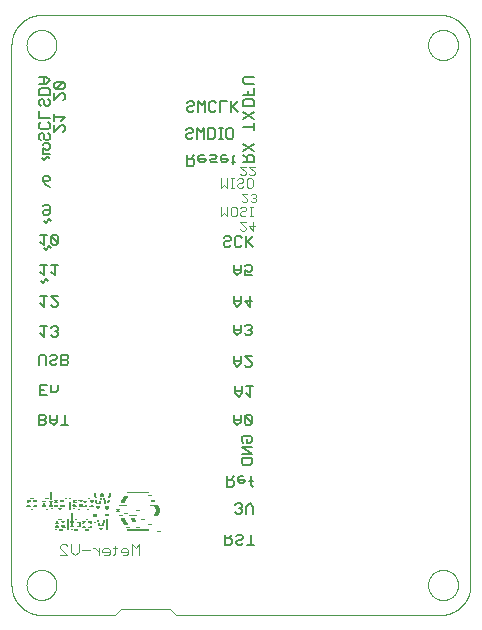
<source format=gbo>
G75*
%MOIN*%
%OFA0B0*%
%FSLAX25Y25*%
%IPPOS*%
%LPD*%
%AMOC8*
5,1,8,0,0,1.08239X$1,22.5*
%
%ADD10C,0.00000*%
%ADD11C,0.00500*%
%ADD12C,0.00400*%
%ADD13C,0.00300*%
%ADD14R,0.06053X0.00010*%
%ADD15R,0.06181X0.00010*%
%ADD16R,0.06280X0.00010*%
%ADD17R,0.06358X0.00010*%
%ADD18R,0.06417X0.00010*%
%ADD19R,0.06476X0.00010*%
%ADD20R,0.06526X0.00010*%
%ADD21R,0.06575X0.00010*%
%ADD22R,0.06624X0.00010*%
%ADD23R,0.06663X0.00010*%
%ADD24R,0.06702X0.00010*%
%ADD25R,0.06742X0.00010*%
%ADD26R,0.06772X0.00010*%
%ADD27R,0.06811X0.00010*%
%ADD28R,0.06840X0.00010*%
%ADD29R,0.00413X0.00010*%
%ADD30R,0.00315X0.00010*%
%ADD31R,0.00354X0.00010*%
%ADD32R,0.06870X0.00010*%
%ADD33R,0.00639X0.00010*%
%ADD34R,0.00492X0.00010*%
%ADD35R,0.00551X0.00010*%
%ADD36R,0.06900X0.00010*%
%ADD37R,0.00797X0.00010*%
%ADD38R,0.00620X0.00010*%
%ADD39R,0.00689X0.00010*%
%ADD40R,0.06929X0.00010*%
%ADD41R,0.00915X0.00010*%
%ADD42R,0.00719X0.00010*%
%ADD43R,0.00798X0.00010*%
%ADD44R,0.06959X0.00010*%
%ADD45R,0.01034X0.00010*%
%ADD46R,0.00817X0.00010*%
%ADD47R,0.00895X0.00010*%
%ADD48R,0.06979X0.00010*%
%ADD49R,0.01122X0.00010*%
%ADD50R,0.00886X0.00010*%
%ADD51R,0.00974X0.00010*%
%ADD52R,0.07007X0.00010*%
%ADD53R,0.01211X0.00010*%
%ADD54R,0.00965X0.00010*%
%ADD55R,0.01043X0.00010*%
%ADD56R,0.07028X0.00010*%
%ADD57R,0.01289X0.00010*%
%ADD58R,0.01024X0.00010*%
%ADD59R,0.07057X0.00010*%
%ADD60R,0.01359X0.00010*%
%ADD61R,0.01082X0.00010*%
%ADD62R,0.01181X0.00010*%
%ADD63R,0.07077X0.00010*%
%ADD64R,0.00925X0.00010*%
%ADD65R,0.00738X0.00010*%
%ADD66R,0.00925X0.00010*%
%ADD67R,0.01427X0.00010*%
%ADD68R,0.01142X0.00010*%
%ADD69R,0.00778X0.00010*%
%ADD70R,0.01240X0.00010*%
%ADD71R,0.07097X0.00010*%
%ADD72R,0.01496X0.00010*%
%ADD73R,0.01191X0.00010*%
%ADD74R,0.01290X0.00010*%
%ADD75R,0.07126X0.00010*%
%ADD76R,0.00748X0.00010*%
%ADD77R,0.01546X0.00010*%
%ADD78R,0.01250X0.00010*%
%ADD79R,0.00788X0.00010*%
%ADD80R,0.01339X0.00010*%
%ADD81R,0.07146X0.00010*%
%ADD82R,0.00758X0.00010*%
%ADD83R,0.01604X0.00010*%
%ADD84R,0.01299X0.00010*%
%ADD85R,0.01387X0.00010*%
%ADD86R,0.00787X0.00010*%
%ADD87R,0.07165X0.00010*%
%ADD88R,0.01654X0.00010*%
%ADD89R,0.01437X0.00010*%
%ADD90R,0.07185X0.00010*%
%ADD91R,0.00767X0.00010*%
%ADD92R,0.01703X0.00010*%
%ADD93R,0.01388X0.00010*%
%ADD94R,0.01476X0.00010*%
%ADD95R,0.07204X0.00010*%
%ADD96R,0.01752X0.00010*%
%ADD97R,0.01516X0.00010*%
%ADD98R,0.07224X0.00010*%
%ADD99R,0.01801X0.00010*%
%ADD100R,0.01467X0.00010*%
%ADD101R,0.01565X0.00010*%
%ADD102R,0.07234X0.00010*%
%ADD103R,0.00797X0.00010*%
%ADD104R,0.01841X0.00010*%
%ADD105R,0.01594X0.00010*%
%ADD106R,0.07254X0.00010*%
%ADD107R,0.01880X0.00010*%
%ADD108R,0.01545X0.00010*%
%ADD109R,0.01624X0.00010*%
%ADD110R,0.07274X0.00010*%
%ADD111R,0.00807X0.00010*%
%ADD112R,0.01919X0.00010*%
%ADD113R,0.01575X0.00010*%
%ADD114R,0.01663X0.00010*%
%ADD115R,0.07283X0.00010*%
%ADD116R,0.01959X0.00010*%
%ADD117R,0.01614X0.00010*%
%ADD118R,0.01703X0.00010*%
%ADD119R,0.07303X0.00010*%
%ADD120R,0.01998X0.00010*%
%ADD121R,0.01732X0.00010*%
%ADD122R,0.07323X0.00010*%
%ADD123R,0.00827X0.00010*%
%ADD124R,0.02038X0.00010*%
%ADD125R,0.01683X0.00010*%
%ADD126R,0.01762X0.00010*%
%ADD127R,0.07332X0.00010*%
%ADD128R,0.00837X0.00010*%
%ADD129R,0.02067X0.00010*%
%ADD130R,0.01713X0.00010*%
%ADD131R,0.01791X0.00010*%
%ADD132R,0.07352X0.00010*%
%ADD133R,0.00846X0.00010*%
%ADD134R,0.02106X0.00010*%
%ADD135R,0.01831X0.00010*%
%ADD136R,0.07362X0.00010*%
%ADD137R,0.02136X0.00010*%
%ADD138R,0.01771X0.00010*%
%ADD139R,0.01851X0.00010*%
%ADD140R,0.00817X0.00010*%
%ADD141R,0.07382X0.00010*%
%ADD142R,0.00856X0.00010*%
%ADD143R,0.02165X0.00010*%
%ADD144R,0.01811X0.00010*%
%ADD145R,0.07392X0.00010*%
%ADD146R,0.00866X0.00010*%
%ADD147R,0.02205X0.00010*%
%ADD148R,0.01900X0.00010*%
%ADD149R,0.00826X0.00010*%
%ADD150R,0.07402X0.00010*%
%ADD151R,0.00876X0.00010*%
%ADD152R,0.02224X0.00010*%
%ADD153R,0.01860X0.00010*%
%ADD154R,0.01930X0.00010*%
%ADD155R,0.07421X0.00010*%
%ADD156R,0.02254X0.00010*%
%ADD157R,0.01890X0.00010*%
%ADD158R,0.01959X0.00010*%
%ADD159R,0.07431X0.00010*%
%ADD160R,0.02283X0.00010*%
%ADD161R,0.01909X0.00010*%
%ADD162R,0.01978X0.00010*%
%ADD163R,0.07441X0.00010*%
%ADD164R,0.00896X0.00010*%
%ADD165R,0.02313X0.00010*%
%ADD166R,0.01939X0.00010*%
%ADD167R,0.01998X0.00010*%
%ADD168R,0.07451X0.00010*%
%ADD169R,0.02333X0.00010*%
%ADD170R,0.01958X0.00010*%
%ADD171R,0.02028X0.00010*%
%ADD172R,0.00836X0.00010*%
%ADD173R,0.07461X0.00010*%
%ADD174R,0.00905X0.00010*%
%ADD175R,0.02362X0.00010*%
%ADD176R,0.01989X0.00010*%
%ADD177R,0.02047X0.00010*%
%ADD178R,0.07481X0.00010*%
%ADD179R,0.02392X0.00010*%
%ADD180R,0.02008X0.00010*%
%ADD181R,0.02067X0.00010*%
%ADD182R,0.07490X0.00010*%
%ADD183R,0.00926X0.00010*%
%ADD184R,0.02411X0.00010*%
%ADD185R,0.02028X0.00010*%
%ADD186R,0.02087X0.00010*%
%ADD187R,0.07500X0.00010*%
%ADD188R,0.00935X0.00010*%
%ADD189R,0.02431X0.00010*%
%ADD190R,0.02057X0.00010*%
%ADD191R,0.07510X0.00010*%
%ADD192R,0.02461X0.00010*%
%ADD193R,0.02077X0.00010*%
%ADD194R,0.02135X0.00010*%
%ADD195R,0.07520X0.00010*%
%ADD196R,0.00944X0.00010*%
%ADD197R,0.02490X0.00010*%
%ADD198R,0.02096X0.00010*%
%ADD199R,0.00837X0.00010*%
%ADD200R,0.02156X0.00010*%
%ADD201R,0.07529X0.00010*%
%ADD202R,0.00955X0.00010*%
%ADD203R,0.02510X0.00010*%
%ADD204R,0.02116X0.00010*%
%ADD205R,0.02166X0.00010*%
%ADD206R,0.07549X0.00010*%
%ADD207R,0.02530X0.00010*%
%ADD208R,0.02185X0.00010*%
%ADD209R,0.07559X0.00010*%
%ADD210R,0.00965X0.00010*%
%ADD211R,0.02549X0.00010*%
%ADD212R,0.07569X0.00010*%
%ADD213R,0.00974X0.00010*%
%ADD214R,0.02569X0.00010*%
%ADD215R,0.02175X0.00010*%
%ADD216R,0.00856X0.00010*%
%ADD217R,0.07579X0.00010*%
%ADD218R,0.00984X0.00010*%
%ADD219R,0.02588X0.00010*%
%ADD220R,0.02185X0.00010*%
%ADD221R,0.02244X0.00010*%
%ADD222R,0.07589X0.00010*%
%ADD223R,0.00994X0.00010*%
%ADD224R,0.02618X0.00010*%
%ADD225R,0.02254X0.00010*%
%ADD226R,0.07599X0.00010*%
%ADD227R,0.02628X0.00010*%
%ADD228R,0.02274X0.00010*%
%ADD229R,0.07608X0.00010*%
%ADD230R,0.01004X0.00010*%
%ADD231R,0.02647X0.00010*%
%ADD232R,0.02244X0.00010*%
%ADD233R,0.03149X0.00010*%
%ADD234R,0.07628X0.00010*%
%ADD235R,0.01014X0.00010*%
%ADD236R,0.02667X0.00010*%
%ADD237R,0.02254X0.00010*%
%ADD238R,0.07638X0.00010*%
%ADD239R,0.02687X0.00010*%
%ADD240R,0.03120X0.00010*%
%ADD241R,0.03159X0.00010*%
%ADD242R,0.07648X0.00010*%
%ADD243R,0.02707X0.00010*%
%ADD244R,0.03169X0.00010*%
%ADD245R,0.07657X0.00010*%
%ADD246R,0.01033X0.00010*%
%ADD247R,0.02727X0.00010*%
%ADD248R,0.03130X0.00010*%
%ADD249R,0.07667X0.00010*%
%ADD250R,0.03140X0.00010*%
%ADD251R,0.03179X0.00010*%
%ADD252R,0.07687X0.00010*%
%ADD253R,0.02746X0.00010*%
%ADD254R,0.03150X0.00010*%
%ADD255R,0.01053X0.00010*%
%ADD256R,0.02766X0.00010*%
%ADD257R,0.03160X0.00010*%
%ADD258R,0.03189X0.00010*%
%ADD259R,0.07706X0.00010*%
%ADD260R,0.01063X0.00010*%
%ADD261R,0.02785X0.00010*%
%ADD262R,0.07717X0.00010*%
%ADD263R,0.01073X0.00010*%
%ADD264R,0.02795X0.00010*%
%ADD265R,0.03199X0.00010*%
%ADD266R,0.07726X0.00010*%
%ADD267R,0.02815X0.00010*%
%ADD268R,0.03179X0.00010*%
%ADD269R,0.03208X0.00010*%
%ADD270R,0.07736X0.00010*%
%ADD271R,0.02834X0.00010*%
%ADD272R,0.03189X0.00010*%
%ADD273R,0.07746X0.00010*%
%ADD274R,0.01093X0.00010*%
%ADD275R,0.02844X0.00010*%
%ADD276R,0.07766X0.00010*%
%ADD277R,0.02854X0.00010*%
%ADD278R,0.03218X0.00010*%
%ADD279R,0.01103X0.00010*%
%ADD280R,0.02874X0.00010*%
%ADD281R,0.03209X0.00010*%
%ADD282R,0.07785X0.00010*%
%ADD283R,0.01112X0.00010*%
%ADD284R,0.02884X0.00010*%
%ADD285R,0.03219X0.00010*%
%ADD286R,0.03228X0.00010*%
%ADD287R,0.07795X0.00010*%
%ADD288R,0.02904X0.00010*%
%ADD289R,0.07806X0.00010*%
%ADD290R,0.01132X0.00010*%
%ADD291R,0.02913X0.00010*%
%ADD292R,0.03229X0.00010*%
%ADD293R,0.03238X0.00010*%
%ADD294R,0.07815X0.00010*%
%ADD295R,0.02924X0.00010*%
%ADD296R,0.07824X0.00010*%
%ADD297R,0.02943X0.00010*%
%ADD298R,0.07844X0.00010*%
%ADD299R,0.01152X0.00010*%
%ADD300R,0.02953X0.00010*%
%ADD301R,0.03248X0.00010*%
%ADD302R,0.03248X0.00010*%
%ADD303R,0.02963X0.00010*%
%ADD304R,0.03258X0.00010*%
%ADD305R,0.07864X0.00010*%
%ADD306R,0.01161X0.00010*%
%ADD307R,0.02972X0.00010*%
%ADD308R,0.03257X0.00010*%
%ADD309R,0.07874X0.00010*%
%ADD310R,0.01171X0.00010*%
%ADD311R,0.02992X0.00010*%
%ADD312R,0.03268X0.00010*%
%ADD313R,0.07884X0.00010*%
%ADD314R,0.07904X0.00010*%
%ADD315R,0.03012X0.00010*%
%ADD316R,0.03278X0.00010*%
%ADD317R,0.01191X0.00010*%
%ADD318R,0.03022X0.00010*%
%ADD319R,0.07924X0.00010*%
%ADD320R,0.01201X0.00010*%
%ADD321R,0.03031X0.00010*%
%ADD322R,0.03287X0.00010*%
%ADD323R,0.03041X0.00010*%
%ADD324R,0.03307X0.00010*%
%ADD325R,0.07943X0.00010*%
%ADD326R,0.03052X0.00010*%
%ADD327R,0.03277X0.00010*%
%ADD328R,0.07953X0.00010*%
%ADD329R,0.01220X0.00010*%
%ADD330R,0.03061X0.00010*%
%ADD331R,0.03317X0.00010*%
%ADD332R,0.07963X0.00010*%
%ADD333R,0.01230X0.00010*%
%ADD334R,0.03081X0.00010*%
%ADD335R,0.07982X0.00010*%
%ADD336R,0.03327X0.00010*%
%ADD337R,0.03287X0.00010*%
%ADD338R,0.01241X0.00010*%
%ADD339R,0.03091X0.00010*%
%ADD340R,0.08002X0.00010*%
%ADD341R,0.03100X0.00010*%
%ADD342R,0.03337X0.00010*%
%ADD343R,0.01259X0.00010*%
%ADD344R,0.03110X0.00010*%
%ADD345R,0.01250X0.00010*%
%ADD346R,0.01191X0.00010*%
%ADD347R,0.01270X0.00010*%
%ADD348R,0.01417X0.00010*%
%ADD349R,0.01407X0.00010*%
%ADD350R,0.03346X0.00010*%
%ADD351R,0.01210X0.00010*%
%ADD352R,0.01447X0.00010*%
%ADD353R,0.01358X0.00010*%
%ADD354R,0.01358X0.00010*%
%ADD355R,0.01585X0.00010*%
%ADD356R,0.01428X0.00010*%
%ADD357R,0.01319X0.00010*%
%ADD358R,0.01131X0.00010*%
%ADD359R,0.01280X0.00010*%
%ADD360R,0.01309X0.00010*%
%ADD361R,0.03356X0.00010*%
%ADD362R,0.01289X0.00010*%
%ADD363R,0.01280X0.00010*%
%ADD364R,0.01260X0.00010*%
%ADD365R,0.03366X0.00010*%
%ADD366R,0.01122X0.00010*%
%ADD367R,0.01486X0.00010*%
%ADD368R,0.01408X0.00010*%
%ADD369R,0.01231X0.00010*%
%ADD370R,0.01113X0.00010*%
%ADD371R,0.01221X0.00010*%
%ADD372R,0.01200X0.00010*%
%ADD373R,0.01102X0.00010*%
%ADD374R,0.01466X0.00010*%
%ADD375R,0.01398X0.00010*%
%ADD376R,0.01181X0.00010*%
%ADD377R,0.01663X0.00010*%
%ADD378R,0.01447X0.00010*%
%ADD379R,0.01083X0.00010*%
%ADD380R,0.01417X0.00010*%
%ADD381R,0.01398X0.00010*%
%ADD382R,0.01073X0.00010*%
%ADD383R,0.01397X0.00010*%
%ADD384R,0.01329X0.00010*%
%ADD385R,0.01152X0.00010*%
%ADD386R,0.01368X0.00010*%
%ADD387R,0.01506X0.00010*%
%ADD388R,0.01063X0.00010*%
%ADD389R,0.01378X0.00010*%
%ADD390R,0.01161X0.00010*%
%ADD391R,0.01132X0.00010*%
%ADD392R,0.01112X0.00010*%
%ADD393R,0.01348X0.00010*%
%ADD394R,0.01102X0.00010*%
%ADD395R,0.01044X0.00010*%
%ADD396R,0.01348X0.00010*%
%ADD397R,0.01092X0.00010*%
%ADD398R,0.01328X0.00010*%
%ADD399R,0.01024X0.00010*%
%ADD400R,0.01309X0.00010*%
%ADD401R,0.01033X0.00010*%
%ADD402R,0.01279X0.00010*%
%ADD403R,0.01378X0.00010*%
%ADD404R,0.01053X0.00010*%
%ADD405R,0.01093X0.00010*%
%ADD406R,0.01211X0.00010*%
%ADD407R,0.01004X0.00010*%
%ADD408R,0.01240X0.00010*%
%ADD409R,0.01457X0.00010*%
%ADD410R,0.00994X0.00010*%
%ADD411R,0.01418X0.00010*%
%ADD412R,0.01043X0.00010*%
%ADD413R,0.01250X0.00010*%
%ADD414R,0.01014X0.00010*%
%ADD415R,0.01486X0.00010*%
%ADD416R,0.01220X0.00010*%
%ADD417R,0.01496X0.00010*%
%ADD418R,0.01437X0.00010*%
%ADD419R,0.01023X0.00010*%
%ADD420R,0.01171X0.00010*%
%ADD421R,0.00994X0.00010*%
%ADD422R,0.01515X0.00010*%
%ADD423R,0.01457X0.00010*%
%ADD424R,0.01004X0.00010*%
%ADD425R,0.01181X0.00010*%
%ADD426R,0.01151X0.00010*%
%ADD427R,0.01536X0.00010*%
%ADD428R,0.01141X0.00010*%
%ADD429R,0.01555X0.00010*%
%ADD430R,0.01565X0.00010*%
%ADD431R,0.00945X0.00010*%
%ADD432R,0.01594X0.00010*%
%ADD433R,0.01496X0.00010*%
%ADD434R,0.01615X0.00010*%
%ADD435R,0.00698X0.00010*%
%ADD436R,0.01516X0.00010*%
%ADD437R,0.00975X0.00010*%
%ADD438R,0.00611X0.00010*%
%ADD439R,0.01083X0.00010*%
%ADD440R,0.01072X0.00010*%
%ADD441R,0.01634X0.00010*%
%ADD442R,0.01526X0.00010*%
%ADD443R,0.00522X0.00010*%
%ADD444R,0.01063X0.00010*%
%ADD445R,0.01644X0.00010*%
%ADD446R,0.01535X0.00010*%
%ADD447R,0.00443X0.00010*%
%ADD448R,0.01654X0.00010*%
%ADD449R,0.01673X0.00010*%
%ADD450R,0.00276X0.00010*%
%ADD451R,0.01556X0.00010*%
%ADD452R,0.00197X0.00010*%
%ADD453R,0.01693X0.00010*%
%ADD454R,0.00108X0.00010*%
%ADD455R,0.00020X0.00010*%
%ADD456R,0.01713X0.00010*%
%ADD457R,0.01574X0.00010*%
%ADD458R,0.01013X0.00010*%
%ADD459R,0.01733X0.00010*%
%ADD460R,0.01595X0.00010*%
%ADD461R,0.01752X0.00010*%
%ADD462R,0.01761X0.00010*%
%ADD463R,0.01772X0.00010*%
%ADD464R,0.01782X0.00010*%
%ADD465R,0.01624X0.00010*%
%ADD466R,0.00954X0.00010*%
%ADD467R,0.00964X0.00010*%
%ADD468R,0.00955X0.00010*%
%ADD469R,0.01830X0.00010*%
%ADD470R,0.01840X0.00010*%
%ADD471R,0.01850X0.00010*%
%ADD472R,0.01870X0.00010*%
%ADD473R,0.01890X0.00010*%
%ADD474R,0.00935X0.00010*%
%ADD475R,0.00935X0.00010*%
%ADD476R,0.01919X0.00010*%
%ADD477R,0.01929X0.00010*%
%ADD478R,0.01712X0.00010*%
%ADD479R,0.01949X0.00010*%
%ADD480R,0.01722X0.00010*%
%ADD481R,0.01969X0.00010*%
%ADD482R,0.01742X0.00010*%
%ADD483R,0.01762X0.00010*%
%ADD484R,0.02007X0.00010*%
%ADD485R,0.00945X0.00010*%
%ADD486R,0.01172X0.00010*%
%ADD487R,0.01772X0.00010*%
%ADD488R,0.01781X0.00010*%
%ADD489R,0.00886X0.00010*%
%ADD490R,0.03425X0.00010*%
%ADD491R,0.02067X0.00010*%
%ADD492R,0.02086X0.00010*%
%ADD493R,0.00885X0.00010*%
%ADD494R,0.00896X0.00010*%
%ADD495R,0.01378X0.00010*%
%ADD496R,0.02107X0.00010*%
%ADD497R,0.02126X0.00010*%
%ADD498R,0.03435X0.00010*%
%ADD499R,0.02136X0.00010*%
%ADD500R,0.01664X0.00010*%
%ADD501R,0.02146X0.00010*%
%ADD502R,0.02165X0.00010*%
%ADD503R,0.01939X0.00010*%
%ADD504R,0.02225X0.00010*%
%ADD505R,0.02057X0.00010*%
%ADD506R,0.02215X0.00010*%
%ADD507R,0.02264X0.00010*%
%ADD508R,0.02304X0.00010*%
%ADD509R,0.03445X0.00010*%
%ADD510R,0.02322X0.00010*%
%ADD511R,0.03139X0.00010*%
%ADD512R,0.02342X0.00010*%
%ADD513R,0.03120X0.00010*%
%ADD514R,0.03110X0.00010*%
%ADD515R,0.03080X0.00010*%
%ADD516R,0.03070X0.00010*%
%ADD517R,0.03051X0.00010*%
%ADD518R,0.03041X0.00010*%
%ADD519R,0.03011X0.00010*%
%ADD520R,0.03002X0.00010*%
%ADD521R,0.02992X0.00010*%
%ADD522R,0.02972X0.00010*%
%ADD523R,0.02962X0.00010*%
%ADD524R,0.02933X0.00010*%
%ADD525R,0.02923X0.00010*%
%ADD526R,0.02903X0.00010*%
%ADD527R,0.02893X0.00010*%
%ADD528R,0.02874X0.00010*%
%ADD529R,0.02824X0.00010*%
%ADD530R,0.02805X0.00010*%
%ADD531R,0.02765X0.00010*%
%ADD532R,0.02736X0.00010*%
%ADD533R,0.02716X0.00010*%
%ADD534R,0.02696X0.00010*%
%ADD535R,0.02638X0.00010*%
%ADD536R,0.02618X0.00010*%
%ADD537R,0.03426X0.00010*%
%ADD538R,0.02549X0.00010*%
%ADD539R,0.02519X0.00010*%
%ADD540R,0.02490X0.00010*%
%ADD541R,0.03415X0.00010*%
%ADD542R,0.02450X0.00010*%
%ADD543R,0.02372X0.00010*%
%ADD544R,0.02323X0.00010*%
%ADD545R,0.02273X0.00010*%
%ADD546R,0.02224X0.00010*%
%ADD547R,0.03406X0.00010*%
%ADD548R,0.02047X0.00010*%
%ADD549R,0.01978X0.00010*%
%ADD550R,0.00906X0.00010*%
%ADD551R,0.01702X0.00010*%
%ADD552R,0.01633X0.00010*%
%ADD553R,0.01565X0.00010*%
%ADD554R,0.01427X0.00010*%
%ADD555R,0.00030X0.00010*%
%ADD556R,0.00099X0.00010*%
%ADD557R,0.00177X0.00010*%
%ADD558R,0.00256X0.00010*%
%ADD559R,0.00344X0.00010*%
%ADD560R,0.00570X0.00010*%
%ADD561R,0.00649X0.00010*%
%ADD562R,0.00728X0.00010*%
%ADD563R,0.00807X0.00010*%
%ADD564R,0.00906X0.00010*%
%ADD565R,0.01162X0.00010*%
%ADD566R,0.01201X0.00010*%
%ADD567R,0.01270X0.00010*%
%ADD568R,0.01339X0.00010*%
%ADD569R,0.01575X0.00010*%
%ADD570R,0.01329X0.00010*%
%ADD571R,0.01437X0.00010*%
%ADD572R,0.03031X0.00010*%
%ADD573R,0.02982X0.00010*%
%ADD574R,0.03012X0.00010*%
%ADD575R,0.02983X0.00010*%
%ADD576R,0.02914X0.00010*%
%ADD577R,0.03297X0.00010*%
%ADD578R,0.02864X0.00010*%
%ADD579R,0.02844X0.00010*%
%ADD580R,0.02923X0.00010*%
%ADD581R,0.00876X0.00010*%
%ADD582R,0.02825X0.00010*%
%ADD583R,0.03258X0.00010*%
%ADD584R,0.02904X0.00010*%
%ADD585R,0.00876X0.00010*%
%ADD586R,0.03248X0.00010*%
%ADD587R,0.02884X0.00010*%
%ADD588R,0.02786X0.00010*%
%ADD589R,0.03239X0.00010*%
%ADD590R,0.02776X0.00010*%
%ADD591R,0.02864X0.00010*%
%ADD592R,0.02746X0.00010*%
%ADD593R,0.03219X0.00010*%
%ADD594R,0.02726X0.00010*%
%ADD595R,0.02835X0.00010*%
%ADD596R,0.02717X0.00010*%
%ADD597R,0.03209X0.00010*%
%ADD598R,0.02697X0.00010*%
%ADD599R,0.02687X0.00010*%
%ADD600R,0.02795X0.00010*%
%ADD601R,0.02667X0.00010*%
%ADD602R,0.02657X0.00010*%
%ADD603R,0.03170X0.00010*%
%ADD604R,0.02756X0.00010*%
%ADD605R,0.02598X0.00010*%
%ADD606R,0.03150X0.00010*%
%ADD607R,0.02726X0.00010*%
%ADD608R,0.02579X0.00010*%
%ADD609R,0.03140X0.00010*%
%ADD610R,0.03130X0.00010*%
%ADD611R,0.02678X0.00010*%
%ADD612R,0.02539X0.00010*%
%ADD613R,0.03120X0.00010*%
%ADD614R,0.02657X0.00010*%
%ADD615R,0.02520X0.00010*%
%ADD616R,0.02500X0.00010*%
%ADD617R,0.02480X0.00010*%
%ADD618R,0.02619X0.00010*%
%ADD619R,0.02441X0.00010*%
%ADD620R,0.03071X0.00010*%
%ADD621R,0.02412X0.00010*%
%ADD622R,0.03061X0.00010*%
%ADD623R,0.02559X0.00010*%
%ADD624R,0.03051X0.00010*%
%ADD625R,0.02540X0.00010*%
%ADD626R,0.02372X0.00010*%
%ADD627R,0.02343X0.00010*%
%ADD628R,0.02510X0.00010*%
%ADD629R,0.02303X0.00010*%
%ADD630R,0.02470X0.00010*%
%ADD631R,0.02274X0.00010*%
%ADD632R,0.02037X0.00010*%
%ADD633R,0.02441X0.00010*%
%ADD634R,0.02018X0.00010*%
%ADD635R,0.02411X0.00010*%
%ADD636R,0.02234X0.00010*%
%ADD637R,0.02176X0.00010*%
%ADD638R,0.01948X0.00010*%
%ADD639R,0.02352X0.00010*%
%ADD640R,0.02155X0.00010*%
%ADD641R,0.00867X0.00010*%
%ADD642R,0.02116X0.00010*%
%ADD643R,0.02293X0.00010*%
%ADD644R,0.02097X0.00010*%
%ADD645R,0.01870X0.00010*%
%ADD646R,0.01841X0.00010*%
%ADD647R,0.02244X0.00010*%
%ADD648R,0.01801X0.00010*%
%ADD649R,0.02008X0.00010*%
%ADD650R,0.02185X0.00010*%
%ADD651R,0.02146X0.00010*%
%ADD652R,0.02126X0.00010*%
%ADD653R,0.01909X0.00010*%
%ADD654R,0.01693X0.00010*%
%ADD655R,0.01674X0.00010*%
%ADD656R,0.01988X0.00010*%
%ADD657R,0.01949X0.00010*%
%ADD658R,0.01683X0.00010*%
%ADD659R,0.01860X0.00010*%
%ADD660R,0.01446X0.00010*%
%ADD661R,0.01821X0.00010*%
%ADD662R,0.01723X0.00010*%
%ADD663R,0.01269X0.00010*%
%ADD664R,0.01122X0.00010*%
%ADD665R,0.01743X0.00010*%
%ADD666R,0.01506X0.00010*%
%ADD667R,0.01732X0.00010*%
%ADD668R,0.01368X0.00010*%
%ADD669R,0.00846X0.00010*%
%ADD670R,0.00768X0.00010*%
%ADD671R,0.00659X0.00010*%
%ADD672R,0.00640X0.00010*%
%ADD673R,0.00739X0.00010*%
%ADD674R,0.00463X0.00010*%
%ADD675R,0.00393X0.00010*%
%ADD676R,0.00542X0.00010*%
%ADD677R,0.00089X0.00010*%
%ADD678R,0.00128X0.00010*%
%ADD679R,0.01683X0.00010*%
%ADD680R,0.01260X0.00010*%
%ADD681R,0.01673X0.00010*%
%ADD682R,0.01300X0.00010*%
%ADD683R,0.01299X0.00010*%
%ADD684R,0.01319X0.00010*%
%ADD685R,0.01319X0.00010*%
%ADD686R,0.01338X0.00010*%
%ADD687R,0.01643X0.00010*%
%ADD688R,0.01407X0.00010*%
%ADD689R,0.01456X0.00010*%
%ADD690R,0.01605X0.00010*%
%ADD691R,0.01506X0.00010*%
%ADD692R,0.01535X0.00010*%
%ADD693R,0.01585X0.00010*%
%ADD694R,0.01634X0.00010*%
%ADD695R,0.01614X0.00010*%
%ADD696R,0.01555X0.00010*%
%ADD697R,0.01653X0.00010*%
%ADD698R,0.01693X0.00010*%
%ADD699R,0.01525X0.00010*%
%ADD700R,0.01752X0.00010*%
%ADD701R,0.01792X0.00010*%
%ADD702R,0.01781X0.00010*%
%ADD703R,0.01811X0.00010*%
%ADD704R,0.01791X0.00010*%
%ADD705R,0.01820X0.00010*%
%ADD706R,0.01850X0.00010*%
%ADD707R,0.01821X0.00010*%
%ADD708R,0.01870X0.00010*%
%ADD709R,0.01889X0.00010*%
%ADD710R,0.01899X0.00010*%
%ADD711R,0.01910X0.00010*%
%ADD712R,0.01929X0.00010*%
%ADD713R,0.01939X0.00010*%
%ADD714R,0.02018X0.00010*%
%ADD715R,0.02087X0.00010*%
%ADD716R,0.02096X0.00010*%
%ADD717R,0.02117X0.00010*%
%ADD718R,0.02126X0.00010*%
%ADD719R,0.02106X0.00010*%
%ADD720R,0.02145X0.00010*%
%ADD721R,0.02156X0.00010*%
%ADD722R,0.02195X0.00010*%
%ADD723R,0.02205X0.00010*%
%ADD724R,0.02284X0.00010*%
%ADD725R,0.02303X0.00010*%
%ADD726R,0.02263X0.00010*%
%ADD727R,0.02313X0.00010*%
%ADD728R,0.02333X0.00010*%
%ADD729R,0.02313X0.00010*%
%ADD730R,0.02323X0.00010*%
%ADD731R,0.02363X0.00010*%
%ADD732R,0.02343X0.00010*%
%ADD733R,0.01142X0.00010*%
%ADD734R,0.02362X0.00010*%
%ADD735R,0.02293X0.00010*%
%ADD736R,0.02283X0.00010*%
%ADD737R,0.02027X0.00010*%
%ADD738R,0.01988X0.00010*%
%ADD739R,0.01968X0.00010*%
%ADD740R,0.01920X0.00010*%
%ADD741R,0.01831X0.00010*%
%ADD742R,0.01811X0.00010*%
%ADD743R,0.01054X0.00010*%
%ADD744R,0.01476X0.00010*%
%ADD745R,0.00157X0.00010*%
%ADD746R,0.00138X0.00010*%
%ADD747R,0.00119X0.00010*%
%ADD748R,0.00167X0.00010*%
%ADD749R,0.00532X0.00010*%
%ADD750R,0.00453X0.00010*%
%ADD751R,0.00453X0.00010*%
%ADD752R,0.00404X0.00010*%
%ADD753R,0.00522X0.00010*%
%ADD754R,0.00620X0.00010*%
%ADD755R,0.00551X0.00010*%
%ADD756R,0.00709X0.00010*%
%ADD757R,0.00857X0.00010*%
%ADD758R,0.00659X0.00010*%
%ADD759R,0.00847X0.00010*%
%ADD760R,0.00916X0.00010*%
%ADD761R,0.00866X0.00010*%
%ADD762R,0.01487X0.00010*%
%ADD763R,0.01644X0.00010*%
%ADD764R,0.00817X0.00010*%
%ADD765R,0.01604X0.00010*%
%ADD766R,0.00915X0.00010*%
%ADD767R,0.02264X0.00010*%
%ADD768R,0.00827X0.00010*%
%ADD769R,0.02382X0.00010*%
%ADD770R,0.02057X0.00010*%
%ADD771R,0.02401X0.00010*%
%ADD772R,0.02077X0.00010*%
%ADD773R,0.02017X0.00010*%
%ADD774R,0.02402X0.00010*%
%ADD775R,0.02422X0.00010*%
%ADD776R,0.02451X0.00010*%
%ADD777R,0.02471X0.00010*%
%ADD778R,0.02509X0.00010*%
%ADD779R,0.02598X0.00010*%
%ADD780R,0.02638X0.00010*%
%ADD781R,0.03111X0.00010*%
%ADD782R,0.02677X0.00010*%
%ADD783R,0.02717X0.00010*%
%ADD784R,0.03180X0.00010*%
%ADD785R,0.02746X0.00010*%
%ADD786R,0.02756X0.00010*%
%ADD787R,0.02766X0.00010*%
%ADD788R,0.02775X0.00010*%
%ADD789R,0.02785X0.00010*%
%ADD790R,0.02806X0.00010*%
%ADD791R,0.02805X0.00010*%
%ADD792R,0.02825X0.00010*%
%ADD793R,0.03189X0.00010*%
%ADD794R,0.02835X0.00010*%
%ADD795R,0.02874X0.00010*%
%ADD796R,0.02933X0.00010*%
%ADD797R,0.02933X0.00010*%
%ADD798R,0.02943X0.00010*%
%ADD799R,0.02963X0.00010*%
%ADD800R,0.02982X0.00010*%
%ADD801R,0.02993X0.00010*%
%ADD802R,0.03002X0.00010*%
%ADD803R,0.03278X0.00010*%
%ADD804R,0.03288X0.00010*%
%ADD805R,0.03298X0.00010*%
%ADD806R,0.03307X0.00010*%
%ADD807R,0.03071X0.00010*%
%ADD808R,0.03317X0.00010*%
%ADD809R,0.03081X0.00010*%
%ADD810R,0.03100X0.00010*%
%ADD811R,0.01388X0.00010*%
%ADD812R,0.01369X0.00010*%
%ADD813R,0.01309X0.00010*%
%ADD814R,0.03347X0.00010*%
%ADD815R,0.01526X0.00010*%
%ADD816R,0.03357X0.00010*%
%ADD817R,0.03367X0.00010*%
%ADD818R,0.01349X0.00010*%
%ADD819R,0.00748X0.00010*%
%ADD820R,0.00650X0.00010*%
%ADD821R,0.00571X0.00010*%
%ADD822R,0.00571X0.00010*%
%ADD823R,0.00404X0.00010*%
%ADD824R,0.00325X0.00010*%
%ADD825R,0.00315X0.00010*%
%ADD826R,0.00236X0.00010*%
%ADD827R,0.00237X0.00010*%
%ADD828R,0.00148X0.00010*%
%ADD829R,0.00158X0.00010*%
%ADD830R,0.00069X0.00010*%
%ADD831R,0.01467X0.00010*%
%ADD832R,0.02382X0.00010*%
%ADD833R,0.02352X0.00010*%
%ADD834R,0.03425X0.00010*%
%ADD835R,0.03435X0.00010*%
%ADD836R,0.01624X0.00010*%
%ADD837R,0.02204X0.00010*%
%ADD838R,0.01742X0.00010*%
%ADD839R,0.03435X0.00010*%
%ADD840R,0.02235X0.00010*%
%ADD841R,0.02048X0.00010*%
%ADD842R,0.03101X0.00010*%
%ADD843R,0.03032X0.00010*%
%ADD844R,0.03002X0.00010*%
%ADD845R,0.02943X0.00010*%
%ADD846R,0.02855X0.00010*%
%ADD847R,0.02815X0.00010*%
%ADD848R,0.02687X0.00010*%
%ADD849R,0.02658X0.00010*%
%ADD850R,0.02628X0.00010*%
%ADD851R,0.02609X0.00010*%
%ADD852R,0.02579X0.00010*%
%ADD853R,0.03415X0.00010*%
%ADD854R,0.03405X0.00010*%
%ADD855R,0.03396X0.00010*%
%ADD856R,0.00059X0.00010*%
%ADD857R,0.00217X0.00010*%
%ADD858R,0.00216X0.00010*%
%ADD859R,0.00295X0.00010*%
%ADD860R,0.00295X0.00010*%
%ADD861R,0.00364X0.00010*%
%ADD862R,0.00364X0.00010*%
%ADD863R,0.00452X0.00010*%
%ADD864R,0.00531X0.00010*%
%ADD865R,0.00531X0.00010*%
%ADD866R,0.00600X0.00010*%
%ADD867R,0.00610X0.00010*%
%ADD868R,0.00679X0.00010*%
%ADD869R,0.00679X0.00010*%
%ADD870R,0.00768X0.00010*%
%ADD871R,0.00009X0.00010*%
%ADD872R,0.00029X0.00010*%
%ADD873R,0.00049X0.00010*%
%ADD874R,0.00098X0.00010*%
%ADD875R,0.01545X0.00010*%
%ADD876R,0.00128X0.00010*%
%ADD877R,0.00157X0.00010*%
%ADD878R,0.00196X0.00010*%
%ADD879R,0.00246X0.00010*%
%ADD880R,0.00305X0.00010*%
%ADD881R,0.00403X0.00010*%
%ADD882R,0.02973X0.00010*%
%ADD883R,0.02865X0.00010*%
%ADD884R,0.02894X0.00010*%
%ADD885R,0.02796X0.00010*%
%ADD886R,0.02756X0.00010*%
%ADD887R,0.02854X0.00010*%
%ADD888R,0.02737X0.00010*%
%ADD889R,0.02697X0.00010*%
%ADD890R,0.02677X0.00010*%
%ADD891R,0.02648X0.00010*%
%ADD892R,0.02599X0.00010*%
%ADD893R,0.02578X0.00010*%
%ADD894R,0.02559X0.00010*%
%ADD895R,0.02539X0.00010*%
%ADD896R,0.02520X0.00010*%
%ADD897R,0.02648X0.00010*%
%ADD898R,0.02491X0.00010*%
%ADD899R,0.02628X0.00010*%
%ADD900R,0.02480X0.00010*%
%ADD901R,0.02589X0.00010*%
%ADD902R,0.02441X0.00010*%
%ADD903R,0.02431X0.00010*%
%ADD904R,0.02569X0.00010*%
%ADD905R,0.02421X0.00010*%
%ADD906R,0.02550X0.00010*%
%ADD907R,0.02529X0.00010*%
%ADD908R,0.03042X0.00010*%
%ADD909R,0.02332X0.00010*%
%ADD910R,0.02431X0.00010*%
%ADD911R,0.02402X0.00010*%
%ADD912R,0.01979X0.00010*%
%ADD913R,0.01880X0.00010*%
%ADD914R,0.01880X0.00010*%
%ADD915R,0.00787X0.00010*%
%ADD916R,0.00984X0.00010*%
%ADD917R,0.00600X0.00010*%
%ADD918R,0.00620X0.00010*%
%ADD919R,0.00719X0.00010*%
%ADD920R,0.00669X0.00010*%
%ADD921R,0.00472X0.00010*%
%ADD922R,0.00581X0.00010*%
%ADD923R,0.00413X0.00010*%
%ADD924R,0.00414X0.00010*%
%ADD925R,0.00365X0.00010*%
%ADD926R,0.01584X0.00010*%
%ADD927R,0.08868X0.00010*%
%ADD928R,0.08858X0.00010*%
%ADD929R,0.08848X0.00010*%
%ADD930R,0.08838X0.00010*%
%ADD931R,0.08819X0.00010*%
%ADD932R,0.08809X0.00010*%
%ADD933R,0.08799X0.00010*%
%ADD934R,0.08789X0.00010*%
%ADD935R,0.08780X0.00010*%
%ADD936R,0.08770X0.00010*%
%ADD937R,0.08760X0.00010*%
%ADD938R,0.08740X0.00010*%
%ADD939R,0.08730X0.00010*%
%ADD940R,0.08720X0.00010*%
%ADD941R,0.08710X0.00010*%
%ADD942R,0.08700X0.00010*%
%ADD943R,0.08691X0.00010*%
%ADD944R,0.08681X0.00010*%
%ADD945R,0.08661X0.00010*%
%ADD946R,0.08652X0.00010*%
%ADD947R,0.08642X0.00010*%
%ADD948R,0.08632X0.00010*%
%ADD949R,0.08622X0.00010*%
%ADD950R,0.08603X0.00010*%
%ADD951R,0.08583X0.00010*%
%ADD952R,0.08573X0.00010*%
%ADD953R,0.08563X0.00010*%
%ADD954R,0.08553X0.00010*%
%ADD955R,0.08543X0.00010*%
%ADD956R,0.08524X0.00010*%
%ADD957R,0.08504X0.00010*%
%ADD958R,0.08494X0.00010*%
%ADD959R,0.08485X0.00010*%
%ADD960R,0.08475X0.00010*%
%ADD961R,0.08465X0.00010*%
%ADD962R,0.08445X0.00010*%
%ADD963R,0.08425X0.00010*%
%ADD964R,0.08415X0.00010*%
%ADD965R,0.08406X0.00010*%
%ADD966R,0.08386X0.00010*%
%ADD967R,0.08366X0.00010*%
%ADD968R,0.08346X0.00010*%
%ADD969R,0.08336X0.00010*%
%ADD970R,0.08327X0.00010*%
%ADD971R,0.08307X0.00010*%
%ADD972R,0.08288X0.00010*%
%ADD973R,0.08278X0.00010*%
%ADD974R,0.08268X0.00010*%
%ADD975R,0.08248X0.00010*%
%ADD976R,0.08238X0.00010*%
%ADD977R,0.08228X0.00010*%
%ADD978R,0.08208X0.00010*%
%ADD979R,0.08189X0.00010*%
%ADD980R,0.08169X0.00010*%
%ADD981R,0.08150X0.00010*%
%ADD982R,0.08130X0.00010*%
%ADD983R,0.08110X0.00010*%
%ADD984R,0.08100X0.00010*%
%ADD985R,0.08081X0.00010*%
%ADD986R,0.08071X0.00010*%
%ADD987R,0.08051X0.00010*%
%ADD988R,0.08031X0.00010*%
%ADD989R,0.08011X0.00010*%
%ADD990R,0.07993X0.00010*%
%ADD991R,0.07972X0.00010*%
%ADD992R,0.07943X0.00010*%
%ADD993R,0.07914X0.00010*%
%ADD994R,0.07894X0.00010*%
%ADD995R,0.07854X0.00010*%
%ADD996R,0.07796X0.00010*%
%ADD997R,0.07677X0.00010*%
%ADD998R,0.07579X0.00010*%
%ADD999R,0.07539X0.00010*%
%ADD1000R,0.07500X0.00010*%
%ADD1001R,0.07441X0.00010*%
%ADD1002R,0.07402X0.00010*%
%ADD1003R,0.07343X0.00010*%
%ADD1004R,0.07304X0.00010*%
%ADD1005R,0.07234X0.00010*%
%ADD1006R,0.07165X0.00010*%
%ADD1007R,0.06969X0.00010*%
D10*
X0011500Y0070232D02*
X0036000Y0070232D01*
X0038000Y0072232D01*
X0054500Y0072232D01*
X0056500Y0070232D01*
X0144492Y0070232D01*
X0144734Y0070235D01*
X0144975Y0070244D01*
X0145216Y0070258D01*
X0145457Y0070279D01*
X0145697Y0070305D01*
X0145937Y0070337D01*
X0146176Y0070375D01*
X0146413Y0070418D01*
X0146650Y0070468D01*
X0146885Y0070523D01*
X0147119Y0070583D01*
X0147351Y0070650D01*
X0147582Y0070721D01*
X0147811Y0070799D01*
X0148038Y0070882D01*
X0148263Y0070970D01*
X0148486Y0071064D01*
X0148706Y0071163D01*
X0148924Y0071268D01*
X0149139Y0071377D01*
X0149352Y0071492D01*
X0149562Y0071612D01*
X0149768Y0071737D01*
X0149972Y0071867D01*
X0150173Y0072002D01*
X0150370Y0072142D01*
X0150564Y0072286D01*
X0150754Y0072435D01*
X0150940Y0072589D01*
X0151123Y0072747D01*
X0151302Y0072909D01*
X0151477Y0073076D01*
X0151648Y0073247D01*
X0151815Y0073422D01*
X0151977Y0073601D01*
X0152135Y0073784D01*
X0152289Y0073970D01*
X0152438Y0074160D01*
X0152582Y0074354D01*
X0152722Y0074551D01*
X0152857Y0074752D01*
X0152987Y0074956D01*
X0153112Y0075162D01*
X0153232Y0075372D01*
X0153347Y0075585D01*
X0153456Y0075800D01*
X0153561Y0076018D01*
X0153660Y0076238D01*
X0153754Y0076461D01*
X0153842Y0076686D01*
X0153925Y0076913D01*
X0154003Y0077142D01*
X0154074Y0077373D01*
X0154141Y0077605D01*
X0154201Y0077839D01*
X0154256Y0078074D01*
X0154306Y0078311D01*
X0154349Y0078548D01*
X0154387Y0078787D01*
X0154419Y0079027D01*
X0154445Y0079267D01*
X0154466Y0079508D01*
X0154480Y0079749D01*
X0154489Y0079990D01*
X0154492Y0080232D01*
X0154492Y0260232D01*
X0140358Y0260232D02*
X0140360Y0260373D01*
X0140366Y0260514D01*
X0140376Y0260654D01*
X0140390Y0260794D01*
X0140408Y0260934D01*
X0140429Y0261073D01*
X0140455Y0261212D01*
X0140484Y0261350D01*
X0140518Y0261486D01*
X0140555Y0261622D01*
X0140596Y0261757D01*
X0140641Y0261891D01*
X0140690Y0262023D01*
X0140742Y0262154D01*
X0140798Y0262283D01*
X0140858Y0262410D01*
X0140921Y0262536D01*
X0140987Y0262660D01*
X0141058Y0262783D01*
X0141131Y0262903D01*
X0141208Y0263021D01*
X0141288Y0263137D01*
X0141372Y0263250D01*
X0141458Y0263361D01*
X0141548Y0263470D01*
X0141641Y0263576D01*
X0141736Y0263679D01*
X0141835Y0263780D01*
X0141936Y0263878D01*
X0142040Y0263973D01*
X0142147Y0264065D01*
X0142256Y0264154D01*
X0142368Y0264239D01*
X0142482Y0264322D01*
X0142598Y0264402D01*
X0142717Y0264478D01*
X0142838Y0264550D01*
X0142960Y0264620D01*
X0143085Y0264685D01*
X0143211Y0264748D01*
X0143339Y0264806D01*
X0143469Y0264861D01*
X0143600Y0264913D01*
X0143733Y0264960D01*
X0143867Y0265004D01*
X0144002Y0265045D01*
X0144138Y0265081D01*
X0144275Y0265113D01*
X0144413Y0265142D01*
X0144551Y0265167D01*
X0144691Y0265187D01*
X0144831Y0265204D01*
X0144971Y0265217D01*
X0145112Y0265226D01*
X0145252Y0265231D01*
X0145393Y0265232D01*
X0145534Y0265229D01*
X0145675Y0265222D01*
X0145815Y0265211D01*
X0145955Y0265196D01*
X0146095Y0265177D01*
X0146234Y0265155D01*
X0146372Y0265128D01*
X0146510Y0265098D01*
X0146646Y0265063D01*
X0146782Y0265025D01*
X0146916Y0264983D01*
X0147050Y0264937D01*
X0147182Y0264888D01*
X0147312Y0264834D01*
X0147441Y0264777D01*
X0147568Y0264717D01*
X0147694Y0264653D01*
X0147817Y0264585D01*
X0147939Y0264514D01*
X0148059Y0264440D01*
X0148176Y0264362D01*
X0148291Y0264281D01*
X0148404Y0264197D01*
X0148515Y0264110D01*
X0148623Y0264019D01*
X0148728Y0263926D01*
X0148831Y0263829D01*
X0148931Y0263730D01*
X0149028Y0263628D01*
X0149122Y0263523D01*
X0149213Y0263416D01*
X0149301Y0263306D01*
X0149386Y0263194D01*
X0149468Y0263079D01*
X0149547Y0262962D01*
X0149622Y0262843D01*
X0149694Y0262722D01*
X0149762Y0262599D01*
X0149827Y0262474D01*
X0149889Y0262347D01*
X0149946Y0262218D01*
X0150001Y0262088D01*
X0150051Y0261957D01*
X0150098Y0261824D01*
X0150141Y0261690D01*
X0150180Y0261554D01*
X0150215Y0261418D01*
X0150247Y0261281D01*
X0150274Y0261143D01*
X0150298Y0261004D01*
X0150318Y0260864D01*
X0150334Y0260724D01*
X0150346Y0260584D01*
X0150354Y0260443D01*
X0150358Y0260302D01*
X0150358Y0260162D01*
X0150354Y0260021D01*
X0150346Y0259880D01*
X0150334Y0259740D01*
X0150318Y0259600D01*
X0150298Y0259460D01*
X0150274Y0259321D01*
X0150247Y0259183D01*
X0150215Y0259046D01*
X0150180Y0258910D01*
X0150141Y0258774D01*
X0150098Y0258640D01*
X0150051Y0258507D01*
X0150001Y0258376D01*
X0149946Y0258246D01*
X0149889Y0258117D01*
X0149827Y0257990D01*
X0149762Y0257865D01*
X0149694Y0257742D01*
X0149622Y0257621D01*
X0149547Y0257502D01*
X0149468Y0257385D01*
X0149386Y0257270D01*
X0149301Y0257158D01*
X0149213Y0257048D01*
X0149122Y0256941D01*
X0149028Y0256836D01*
X0148931Y0256734D01*
X0148831Y0256635D01*
X0148728Y0256538D01*
X0148623Y0256445D01*
X0148515Y0256354D01*
X0148404Y0256267D01*
X0148291Y0256183D01*
X0148176Y0256102D01*
X0148059Y0256024D01*
X0147939Y0255950D01*
X0147817Y0255879D01*
X0147694Y0255811D01*
X0147568Y0255747D01*
X0147441Y0255687D01*
X0147312Y0255630D01*
X0147182Y0255576D01*
X0147050Y0255527D01*
X0146916Y0255481D01*
X0146782Y0255439D01*
X0146646Y0255401D01*
X0146510Y0255366D01*
X0146372Y0255336D01*
X0146234Y0255309D01*
X0146095Y0255287D01*
X0145955Y0255268D01*
X0145815Y0255253D01*
X0145675Y0255242D01*
X0145534Y0255235D01*
X0145393Y0255232D01*
X0145252Y0255233D01*
X0145112Y0255238D01*
X0144971Y0255247D01*
X0144831Y0255260D01*
X0144691Y0255277D01*
X0144551Y0255297D01*
X0144413Y0255322D01*
X0144275Y0255351D01*
X0144138Y0255383D01*
X0144002Y0255419D01*
X0143867Y0255460D01*
X0143733Y0255504D01*
X0143600Y0255551D01*
X0143469Y0255603D01*
X0143339Y0255658D01*
X0143211Y0255716D01*
X0143085Y0255779D01*
X0142960Y0255844D01*
X0142838Y0255914D01*
X0142717Y0255986D01*
X0142598Y0256062D01*
X0142482Y0256142D01*
X0142368Y0256225D01*
X0142256Y0256310D01*
X0142147Y0256399D01*
X0142040Y0256491D01*
X0141936Y0256586D01*
X0141835Y0256684D01*
X0141736Y0256785D01*
X0141641Y0256888D01*
X0141548Y0256994D01*
X0141458Y0257103D01*
X0141372Y0257214D01*
X0141288Y0257327D01*
X0141208Y0257443D01*
X0141131Y0257561D01*
X0141058Y0257681D01*
X0140987Y0257804D01*
X0140921Y0257928D01*
X0140858Y0258054D01*
X0140798Y0258181D01*
X0140742Y0258310D01*
X0140690Y0258441D01*
X0140641Y0258573D01*
X0140596Y0258707D01*
X0140555Y0258842D01*
X0140518Y0258978D01*
X0140484Y0259114D01*
X0140455Y0259252D01*
X0140429Y0259391D01*
X0140408Y0259530D01*
X0140390Y0259670D01*
X0140376Y0259810D01*
X0140366Y0259950D01*
X0140360Y0260091D01*
X0140358Y0260232D01*
X0144492Y0270232D02*
X0144734Y0270229D01*
X0144975Y0270220D01*
X0145216Y0270206D01*
X0145457Y0270185D01*
X0145697Y0270159D01*
X0145937Y0270127D01*
X0146176Y0270089D01*
X0146413Y0270046D01*
X0146650Y0269996D01*
X0146885Y0269941D01*
X0147119Y0269881D01*
X0147351Y0269814D01*
X0147582Y0269743D01*
X0147811Y0269665D01*
X0148038Y0269582D01*
X0148263Y0269494D01*
X0148486Y0269400D01*
X0148706Y0269301D01*
X0148924Y0269196D01*
X0149139Y0269087D01*
X0149352Y0268972D01*
X0149562Y0268852D01*
X0149768Y0268727D01*
X0149972Y0268597D01*
X0150173Y0268462D01*
X0150370Y0268322D01*
X0150564Y0268178D01*
X0150754Y0268029D01*
X0150940Y0267875D01*
X0151123Y0267717D01*
X0151302Y0267555D01*
X0151477Y0267388D01*
X0151648Y0267217D01*
X0151815Y0267042D01*
X0151977Y0266863D01*
X0152135Y0266680D01*
X0152289Y0266494D01*
X0152438Y0266304D01*
X0152582Y0266110D01*
X0152722Y0265913D01*
X0152857Y0265712D01*
X0152987Y0265508D01*
X0153112Y0265302D01*
X0153232Y0265092D01*
X0153347Y0264879D01*
X0153456Y0264664D01*
X0153561Y0264446D01*
X0153660Y0264226D01*
X0153754Y0264003D01*
X0153842Y0263778D01*
X0153925Y0263551D01*
X0154003Y0263322D01*
X0154074Y0263091D01*
X0154141Y0262859D01*
X0154201Y0262625D01*
X0154256Y0262390D01*
X0154306Y0262153D01*
X0154349Y0261916D01*
X0154387Y0261677D01*
X0154419Y0261437D01*
X0154445Y0261197D01*
X0154466Y0260956D01*
X0154480Y0260715D01*
X0154489Y0260474D01*
X0154492Y0260232D01*
X0144492Y0270232D02*
X0011500Y0270232D01*
X0006500Y0260232D02*
X0006502Y0260373D01*
X0006508Y0260514D01*
X0006518Y0260654D01*
X0006532Y0260794D01*
X0006550Y0260934D01*
X0006571Y0261073D01*
X0006597Y0261212D01*
X0006626Y0261350D01*
X0006660Y0261486D01*
X0006697Y0261622D01*
X0006738Y0261757D01*
X0006783Y0261891D01*
X0006832Y0262023D01*
X0006884Y0262154D01*
X0006940Y0262283D01*
X0007000Y0262410D01*
X0007063Y0262536D01*
X0007129Y0262660D01*
X0007200Y0262783D01*
X0007273Y0262903D01*
X0007350Y0263021D01*
X0007430Y0263137D01*
X0007514Y0263250D01*
X0007600Y0263361D01*
X0007690Y0263470D01*
X0007783Y0263576D01*
X0007878Y0263679D01*
X0007977Y0263780D01*
X0008078Y0263878D01*
X0008182Y0263973D01*
X0008289Y0264065D01*
X0008398Y0264154D01*
X0008510Y0264239D01*
X0008624Y0264322D01*
X0008740Y0264402D01*
X0008859Y0264478D01*
X0008980Y0264550D01*
X0009102Y0264620D01*
X0009227Y0264685D01*
X0009353Y0264748D01*
X0009481Y0264806D01*
X0009611Y0264861D01*
X0009742Y0264913D01*
X0009875Y0264960D01*
X0010009Y0265004D01*
X0010144Y0265045D01*
X0010280Y0265081D01*
X0010417Y0265113D01*
X0010555Y0265142D01*
X0010693Y0265167D01*
X0010833Y0265187D01*
X0010973Y0265204D01*
X0011113Y0265217D01*
X0011254Y0265226D01*
X0011394Y0265231D01*
X0011535Y0265232D01*
X0011676Y0265229D01*
X0011817Y0265222D01*
X0011957Y0265211D01*
X0012097Y0265196D01*
X0012237Y0265177D01*
X0012376Y0265155D01*
X0012514Y0265128D01*
X0012652Y0265098D01*
X0012788Y0265063D01*
X0012924Y0265025D01*
X0013058Y0264983D01*
X0013192Y0264937D01*
X0013324Y0264888D01*
X0013454Y0264834D01*
X0013583Y0264777D01*
X0013710Y0264717D01*
X0013836Y0264653D01*
X0013959Y0264585D01*
X0014081Y0264514D01*
X0014201Y0264440D01*
X0014318Y0264362D01*
X0014433Y0264281D01*
X0014546Y0264197D01*
X0014657Y0264110D01*
X0014765Y0264019D01*
X0014870Y0263926D01*
X0014973Y0263829D01*
X0015073Y0263730D01*
X0015170Y0263628D01*
X0015264Y0263523D01*
X0015355Y0263416D01*
X0015443Y0263306D01*
X0015528Y0263194D01*
X0015610Y0263079D01*
X0015689Y0262962D01*
X0015764Y0262843D01*
X0015836Y0262722D01*
X0015904Y0262599D01*
X0015969Y0262474D01*
X0016031Y0262347D01*
X0016088Y0262218D01*
X0016143Y0262088D01*
X0016193Y0261957D01*
X0016240Y0261824D01*
X0016283Y0261690D01*
X0016322Y0261554D01*
X0016357Y0261418D01*
X0016389Y0261281D01*
X0016416Y0261143D01*
X0016440Y0261004D01*
X0016460Y0260864D01*
X0016476Y0260724D01*
X0016488Y0260584D01*
X0016496Y0260443D01*
X0016500Y0260302D01*
X0016500Y0260162D01*
X0016496Y0260021D01*
X0016488Y0259880D01*
X0016476Y0259740D01*
X0016460Y0259600D01*
X0016440Y0259460D01*
X0016416Y0259321D01*
X0016389Y0259183D01*
X0016357Y0259046D01*
X0016322Y0258910D01*
X0016283Y0258774D01*
X0016240Y0258640D01*
X0016193Y0258507D01*
X0016143Y0258376D01*
X0016088Y0258246D01*
X0016031Y0258117D01*
X0015969Y0257990D01*
X0015904Y0257865D01*
X0015836Y0257742D01*
X0015764Y0257621D01*
X0015689Y0257502D01*
X0015610Y0257385D01*
X0015528Y0257270D01*
X0015443Y0257158D01*
X0015355Y0257048D01*
X0015264Y0256941D01*
X0015170Y0256836D01*
X0015073Y0256734D01*
X0014973Y0256635D01*
X0014870Y0256538D01*
X0014765Y0256445D01*
X0014657Y0256354D01*
X0014546Y0256267D01*
X0014433Y0256183D01*
X0014318Y0256102D01*
X0014201Y0256024D01*
X0014081Y0255950D01*
X0013959Y0255879D01*
X0013836Y0255811D01*
X0013710Y0255747D01*
X0013583Y0255687D01*
X0013454Y0255630D01*
X0013324Y0255576D01*
X0013192Y0255527D01*
X0013058Y0255481D01*
X0012924Y0255439D01*
X0012788Y0255401D01*
X0012652Y0255366D01*
X0012514Y0255336D01*
X0012376Y0255309D01*
X0012237Y0255287D01*
X0012097Y0255268D01*
X0011957Y0255253D01*
X0011817Y0255242D01*
X0011676Y0255235D01*
X0011535Y0255232D01*
X0011394Y0255233D01*
X0011254Y0255238D01*
X0011113Y0255247D01*
X0010973Y0255260D01*
X0010833Y0255277D01*
X0010693Y0255297D01*
X0010555Y0255322D01*
X0010417Y0255351D01*
X0010280Y0255383D01*
X0010144Y0255419D01*
X0010009Y0255460D01*
X0009875Y0255504D01*
X0009742Y0255551D01*
X0009611Y0255603D01*
X0009481Y0255658D01*
X0009353Y0255716D01*
X0009227Y0255779D01*
X0009102Y0255844D01*
X0008980Y0255914D01*
X0008859Y0255986D01*
X0008740Y0256062D01*
X0008624Y0256142D01*
X0008510Y0256225D01*
X0008398Y0256310D01*
X0008289Y0256399D01*
X0008182Y0256491D01*
X0008078Y0256586D01*
X0007977Y0256684D01*
X0007878Y0256785D01*
X0007783Y0256888D01*
X0007690Y0256994D01*
X0007600Y0257103D01*
X0007514Y0257214D01*
X0007430Y0257327D01*
X0007350Y0257443D01*
X0007273Y0257561D01*
X0007200Y0257681D01*
X0007129Y0257804D01*
X0007063Y0257928D01*
X0007000Y0258054D01*
X0006940Y0258181D01*
X0006884Y0258310D01*
X0006832Y0258441D01*
X0006783Y0258573D01*
X0006738Y0258707D01*
X0006697Y0258842D01*
X0006660Y0258978D01*
X0006626Y0259114D01*
X0006597Y0259252D01*
X0006571Y0259391D01*
X0006550Y0259530D01*
X0006532Y0259670D01*
X0006518Y0259810D01*
X0006508Y0259950D01*
X0006502Y0260091D01*
X0006500Y0260232D01*
X0001500Y0260232D02*
X0001503Y0260474D01*
X0001512Y0260715D01*
X0001526Y0260956D01*
X0001547Y0261197D01*
X0001573Y0261437D01*
X0001605Y0261677D01*
X0001643Y0261916D01*
X0001686Y0262153D01*
X0001736Y0262390D01*
X0001791Y0262625D01*
X0001851Y0262859D01*
X0001918Y0263091D01*
X0001989Y0263322D01*
X0002067Y0263551D01*
X0002150Y0263778D01*
X0002238Y0264003D01*
X0002332Y0264226D01*
X0002431Y0264446D01*
X0002536Y0264664D01*
X0002645Y0264879D01*
X0002760Y0265092D01*
X0002880Y0265302D01*
X0003005Y0265508D01*
X0003135Y0265712D01*
X0003270Y0265913D01*
X0003410Y0266110D01*
X0003554Y0266304D01*
X0003703Y0266494D01*
X0003857Y0266680D01*
X0004015Y0266863D01*
X0004177Y0267042D01*
X0004344Y0267217D01*
X0004515Y0267388D01*
X0004690Y0267555D01*
X0004869Y0267717D01*
X0005052Y0267875D01*
X0005238Y0268029D01*
X0005428Y0268178D01*
X0005622Y0268322D01*
X0005819Y0268462D01*
X0006020Y0268597D01*
X0006224Y0268727D01*
X0006430Y0268852D01*
X0006640Y0268972D01*
X0006853Y0269087D01*
X0007068Y0269196D01*
X0007286Y0269301D01*
X0007506Y0269400D01*
X0007729Y0269494D01*
X0007954Y0269582D01*
X0008181Y0269665D01*
X0008410Y0269743D01*
X0008641Y0269814D01*
X0008873Y0269881D01*
X0009107Y0269941D01*
X0009342Y0269996D01*
X0009579Y0270046D01*
X0009816Y0270089D01*
X0010055Y0270127D01*
X0010295Y0270159D01*
X0010535Y0270185D01*
X0010776Y0270206D01*
X0011017Y0270220D01*
X0011258Y0270229D01*
X0011500Y0270232D01*
X0001500Y0260232D02*
X0001500Y0080232D01*
X0006500Y0080232D02*
X0006502Y0080373D01*
X0006508Y0080514D01*
X0006518Y0080654D01*
X0006532Y0080794D01*
X0006550Y0080934D01*
X0006571Y0081073D01*
X0006597Y0081212D01*
X0006626Y0081350D01*
X0006660Y0081486D01*
X0006697Y0081622D01*
X0006738Y0081757D01*
X0006783Y0081891D01*
X0006832Y0082023D01*
X0006884Y0082154D01*
X0006940Y0082283D01*
X0007000Y0082410D01*
X0007063Y0082536D01*
X0007129Y0082660D01*
X0007200Y0082783D01*
X0007273Y0082903D01*
X0007350Y0083021D01*
X0007430Y0083137D01*
X0007514Y0083250D01*
X0007600Y0083361D01*
X0007690Y0083470D01*
X0007783Y0083576D01*
X0007878Y0083679D01*
X0007977Y0083780D01*
X0008078Y0083878D01*
X0008182Y0083973D01*
X0008289Y0084065D01*
X0008398Y0084154D01*
X0008510Y0084239D01*
X0008624Y0084322D01*
X0008740Y0084402D01*
X0008859Y0084478D01*
X0008980Y0084550D01*
X0009102Y0084620D01*
X0009227Y0084685D01*
X0009353Y0084748D01*
X0009481Y0084806D01*
X0009611Y0084861D01*
X0009742Y0084913D01*
X0009875Y0084960D01*
X0010009Y0085004D01*
X0010144Y0085045D01*
X0010280Y0085081D01*
X0010417Y0085113D01*
X0010555Y0085142D01*
X0010693Y0085167D01*
X0010833Y0085187D01*
X0010973Y0085204D01*
X0011113Y0085217D01*
X0011254Y0085226D01*
X0011394Y0085231D01*
X0011535Y0085232D01*
X0011676Y0085229D01*
X0011817Y0085222D01*
X0011957Y0085211D01*
X0012097Y0085196D01*
X0012237Y0085177D01*
X0012376Y0085155D01*
X0012514Y0085128D01*
X0012652Y0085098D01*
X0012788Y0085063D01*
X0012924Y0085025D01*
X0013058Y0084983D01*
X0013192Y0084937D01*
X0013324Y0084888D01*
X0013454Y0084834D01*
X0013583Y0084777D01*
X0013710Y0084717D01*
X0013836Y0084653D01*
X0013959Y0084585D01*
X0014081Y0084514D01*
X0014201Y0084440D01*
X0014318Y0084362D01*
X0014433Y0084281D01*
X0014546Y0084197D01*
X0014657Y0084110D01*
X0014765Y0084019D01*
X0014870Y0083926D01*
X0014973Y0083829D01*
X0015073Y0083730D01*
X0015170Y0083628D01*
X0015264Y0083523D01*
X0015355Y0083416D01*
X0015443Y0083306D01*
X0015528Y0083194D01*
X0015610Y0083079D01*
X0015689Y0082962D01*
X0015764Y0082843D01*
X0015836Y0082722D01*
X0015904Y0082599D01*
X0015969Y0082474D01*
X0016031Y0082347D01*
X0016088Y0082218D01*
X0016143Y0082088D01*
X0016193Y0081957D01*
X0016240Y0081824D01*
X0016283Y0081690D01*
X0016322Y0081554D01*
X0016357Y0081418D01*
X0016389Y0081281D01*
X0016416Y0081143D01*
X0016440Y0081004D01*
X0016460Y0080864D01*
X0016476Y0080724D01*
X0016488Y0080584D01*
X0016496Y0080443D01*
X0016500Y0080302D01*
X0016500Y0080162D01*
X0016496Y0080021D01*
X0016488Y0079880D01*
X0016476Y0079740D01*
X0016460Y0079600D01*
X0016440Y0079460D01*
X0016416Y0079321D01*
X0016389Y0079183D01*
X0016357Y0079046D01*
X0016322Y0078910D01*
X0016283Y0078774D01*
X0016240Y0078640D01*
X0016193Y0078507D01*
X0016143Y0078376D01*
X0016088Y0078246D01*
X0016031Y0078117D01*
X0015969Y0077990D01*
X0015904Y0077865D01*
X0015836Y0077742D01*
X0015764Y0077621D01*
X0015689Y0077502D01*
X0015610Y0077385D01*
X0015528Y0077270D01*
X0015443Y0077158D01*
X0015355Y0077048D01*
X0015264Y0076941D01*
X0015170Y0076836D01*
X0015073Y0076734D01*
X0014973Y0076635D01*
X0014870Y0076538D01*
X0014765Y0076445D01*
X0014657Y0076354D01*
X0014546Y0076267D01*
X0014433Y0076183D01*
X0014318Y0076102D01*
X0014201Y0076024D01*
X0014081Y0075950D01*
X0013959Y0075879D01*
X0013836Y0075811D01*
X0013710Y0075747D01*
X0013583Y0075687D01*
X0013454Y0075630D01*
X0013324Y0075576D01*
X0013192Y0075527D01*
X0013058Y0075481D01*
X0012924Y0075439D01*
X0012788Y0075401D01*
X0012652Y0075366D01*
X0012514Y0075336D01*
X0012376Y0075309D01*
X0012237Y0075287D01*
X0012097Y0075268D01*
X0011957Y0075253D01*
X0011817Y0075242D01*
X0011676Y0075235D01*
X0011535Y0075232D01*
X0011394Y0075233D01*
X0011254Y0075238D01*
X0011113Y0075247D01*
X0010973Y0075260D01*
X0010833Y0075277D01*
X0010693Y0075297D01*
X0010555Y0075322D01*
X0010417Y0075351D01*
X0010280Y0075383D01*
X0010144Y0075419D01*
X0010009Y0075460D01*
X0009875Y0075504D01*
X0009742Y0075551D01*
X0009611Y0075603D01*
X0009481Y0075658D01*
X0009353Y0075716D01*
X0009227Y0075779D01*
X0009102Y0075844D01*
X0008980Y0075914D01*
X0008859Y0075986D01*
X0008740Y0076062D01*
X0008624Y0076142D01*
X0008510Y0076225D01*
X0008398Y0076310D01*
X0008289Y0076399D01*
X0008182Y0076491D01*
X0008078Y0076586D01*
X0007977Y0076684D01*
X0007878Y0076785D01*
X0007783Y0076888D01*
X0007690Y0076994D01*
X0007600Y0077103D01*
X0007514Y0077214D01*
X0007430Y0077327D01*
X0007350Y0077443D01*
X0007273Y0077561D01*
X0007200Y0077681D01*
X0007129Y0077804D01*
X0007063Y0077928D01*
X0007000Y0078054D01*
X0006940Y0078181D01*
X0006884Y0078310D01*
X0006832Y0078441D01*
X0006783Y0078573D01*
X0006738Y0078707D01*
X0006697Y0078842D01*
X0006660Y0078978D01*
X0006626Y0079114D01*
X0006597Y0079252D01*
X0006571Y0079391D01*
X0006550Y0079530D01*
X0006532Y0079670D01*
X0006518Y0079810D01*
X0006508Y0079950D01*
X0006502Y0080091D01*
X0006500Y0080232D01*
X0001500Y0080232D02*
X0001503Y0079990D01*
X0001512Y0079749D01*
X0001526Y0079508D01*
X0001547Y0079267D01*
X0001573Y0079027D01*
X0001605Y0078787D01*
X0001643Y0078548D01*
X0001686Y0078311D01*
X0001736Y0078074D01*
X0001791Y0077839D01*
X0001851Y0077605D01*
X0001918Y0077373D01*
X0001989Y0077142D01*
X0002067Y0076913D01*
X0002150Y0076686D01*
X0002238Y0076461D01*
X0002332Y0076238D01*
X0002431Y0076018D01*
X0002536Y0075800D01*
X0002645Y0075585D01*
X0002760Y0075372D01*
X0002880Y0075162D01*
X0003005Y0074956D01*
X0003135Y0074752D01*
X0003270Y0074551D01*
X0003410Y0074354D01*
X0003554Y0074160D01*
X0003703Y0073970D01*
X0003857Y0073784D01*
X0004015Y0073601D01*
X0004177Y0073422D01*
X0004344Y0073247D01*
X0004515Y0073076D01*
X0004690Y0072909D01*
X0004869Y0072747D01*
X0005052Y0072589D01*
X0005238Y0072435D01*
X0005428Y0072286D01*
X0005622Y0072142D01*
X0005819Y0072002D01*
X0006020Y0071867D01*
X0006224Y0071737D01*
X0006430Y0071612D01*
X0006640Y0071492D01*
X0006853Y0071377D01*
X0007068Y0071268D01*
X0007286Y0071163D01*
X0007506Y0071064D01*
X0007729Y0070970D01*
X0007954Y0070882D01*
X0008181Y0070799D01*
X0008410Y0070721D01*
X0008641Y0070650D01*
X0008873Y0070583D01*
X0009107Y0070523D01*
X0009342Y0070468D01*
X0009579Y0070418D01*
X0009816Y0070375D01*
X0010055Y0070337D01*
X0010295Y0070305D01*
X0010535Y0070279D01*
X0010776Y0070258D01*
X0011017Y0070244D01*
X0011258Y0070235D01*
X0011500Y0070232D01*
X0050093Y0098146D02*
X0050096Y0098142D01*
X0050106Y0098142D01*
X0050106Y0098136D02*
X0050106Y0098156D01*
X0050096Y0098156D01*
X0050093Y0098152D01*
X0050093Y0098146D01*
X0050111Y0098156D02*
X0050111Y0098136D01*
X0050124Y0098136D02*
X0050124Y0098156D01*
X0050118Y0098149D01*
X0050111Y0098156D01*
X0050129Y0098152D02*
X0050129Y0098149D01*
X0050133Y0098146D01*
X0050142Y0098146D01*
X0050148Y0098139D02*
X0050148Y0098136D01*
X0050151Y0098136D01*
X0050151Y0098139D01*
X0050148Y0098139D01*
X0050142Y0098136D02*
X0050133Y0098136D01*
X0050129Y0098139D01*
X0050129Y0098142D01*
X0050133Y0098146D01*
X0050129Y0098152D02*
X0050133Y0098156D01*
X0050142Y0098156D01*
X0050142Y0098136D01*
X0050156Y0098139D02*
X0050160Y0098136D01*
X0050170Y0098136D01*
X0050170Y0098156D01*
X0050160Y0098156D01*
X0050156Y0098152D01*
X0050156Y0098149D01*
X0050160Y0098146D01*
X0050170Y0098146D01*
X0050175Y0098146D02*
X0050178Y0098149D01*
X0050184Y0098149D01*
X0050188Y0098146D01*
X0050188Y0098139D01*
X0050184Y0098136D01*
X0050178Y0098136D01*
X0050175Y0098139D01*
X0050175Y0098146D01*
X0050160Y0098146D02*
X0050156Y0098142D01*
X0050156Y0098139D01*
X0050193Y0098136D02*
X0050203Y0098136D01*
X0050206Y0098139D01*
X0050206Y0098146D01*
X0050203Y0098149D01*
X0050193Y0098149D01*
X0050193Y0098133D01*
X0050196Y0098129D01*
X0050199Y0098129D01*
X0050211Y0098139D02*
X0050211Y0098146D01*
X0050214Y0098149D01*
X0050221Y0098149D01*
X0050224Y0098146D01*
X0050224Y0098139D01*
X0050221Y0098136D01*
X0050214Y0098136D01*
X0050211Y0098139D01*
X0050229Y0098136D02*
X0050242Y0098136D01*
X0050242Y0098156D01*
X0050250Y0098149D02*
X0050247Y0098146D01*
X0050247Y0098136D01*
X0050257Y0098136D01*
X0050260Y0098139D01*
X0050257Y0098142D01*
X0050247Y0098142D01*
X0050250Y0098149D02*
X0050257Y0098149D01*
X0050269Y0098149D02*
X0050269Y0098136D01*
X0050272Y0098136D02*
X0050266Y0098136D01*
X0050277Y0098136D02*
X0050287Y0098136D01*
X0050290Y0098139D01*
X0050290Y0098146D01*
X0050287Y0098149D01*
X0050277Y0098149D01*
X0050272Y0098149D02*
X0050269Y0098149D01*
X0050269Y0098156D02*
X0050269Y0098159D01*
X0050277Y0098156D02*
X0050277Y0098136D01*
X0050295Y0098142D02*
X0050309Y0098142D01*
X0050309Y0098139D02*
X0050309Y0098146D01*
X0050305Y0098149D01*
X0050299Y0098149D01*
X0050295Y0098146D01*
X0050295Y0098142D01*
X0050299Y0098136D02*
X0050305Y0098136D01*
X0050309Y0098139D01*
X0050313Y0098136D02*
X0050313Y0098156D01*
X0050320Y0098149D01*
X0050327Y0098156D01*
X0050327Y0098136D01*
X0050332Y0098142D02*
X0050345Y0098142D01*
X0050345Y0098139D02*
X0050345Y0098146D01*
X0050341Y0098149D01*
X0050335Y0098149D01*
X0050332Y0098146D01*
X0050332Y0098142D01*
X0050335Y0098136D02*
X0050341Y0098136D01*
X0050345Y0098139D01*
X0050350Y0098136D02*
X0050357Y0098136D01*
X0050354Y0098136D02*
X0050354Y0098156D01*
X0050357Y0098156D01*
X0050365Y0098149D02*
X0050375Y0098149D01*
X0050380Y0098146D02*
X0050380Y0098136D01*
X0050390Y0098136D01*
X0050393Y0098139D01*
X0050390Y0098142D01*
X0050380Y0098142D01*
X0050380Y0098146D02*
X0050383Y0098149D01*
X0050390Y0098149D01*
X0050398Y0098149D02*
X0050402Y0098149D01*
X0050408Y0098142D01*
X0050413Y0098142D02*
X0050423Y0098142D01*
X0050426Y0098139D01*
X0050423Y0098136D01*
X0050413Y0098136D01*
X0050413Y0098146D01*
X0050416Y0098149D01*
X0050423Y0098149D01*
X0050431Y0098146D02*
X0050431Y0098142D01*
X0050444Y0098142D01*
X0050444Y0098139D02*
X0050444Y0098146D01*
X0050441Y0098149D01*
X0050435Y0098149D01*
X0050431Y0098146D01*
X0050435Y0098136D02*
X0050441Y0098136D01*
X0050444Y0098139D01*
X0050449Y0098136D02*
X0050449Y0098156D01*
X0050463Y0098156D02*
X0050463Y0098136D01*
X0050456Y0098142D01*
X0050449Y0098136D01*
X0050468Y0098156D02*
X0050481Y0098136D01*
X0050486Y0098139D02*
X0050489Y0098142D01*
X0050496Y0098142D01*
X0050499Y0098146D01*
X0050496Y0098149D01*
X0050486Y0098149D01*
X0050486Y0098139D02*
X0050489Y0098136D01*
X0050499Y0098136D01*
X0050504Y0098136D02*
X0050514Y0098136D01*
X0050517Y0098139D01*
X0050517Y0098146D01*
X0050514Y0098149D01*
X0050504Y0098149D01*
X0050504Y0098156D02*
X0050504Y0098136D01*
X0050522Y0098136D02*
X0050532Y0098136D01*
X0050535Y0098139D01*
X0050532Y0098142D01*
X0050522Y0098142D01*
X0050522Y0098146D02*
X0050522Y0098136D01*
X0050522Y0098146D02*
X0050525Y0098149D01*
X0050532Y0098149D01*
X0050540Y0098146D02*
X0050543Y0098149D01*
X0050550Y0098149D01*
X0050553Y0098146D01*
X0050553Y0098139D01*
X0050550Y0098136D01*
X0050543Y0098136D01*
X0050540Y0098139D01*
X0050540Y0098146D01*
X0050559Y0098136D02*
X0050565Y0098136D01*
X0050562Y0098136D02*
X0050562Y0098156D01*
X0050565Y0098156D01*
X0050574Y0098149D02*
X0050570Y0098146D01*
X0050570Y0098136D01*
X0050583Y0098136D02*
X0050583Y0098149D01*
X0050574Y0098149D01*
X0050588Y0098149D02*
X0050588Y0098139D01*
X0050592Y0098136D01*
X0050595Y0098139D01*
X0050598Y0098136D01*
X0050601Y0098139D01*
X0050601Y0098149D01*
X0050606Y0098146D02*
X0050610Y0098149D01*
X0050616Y0098149D01*
X0050620Y0098146D01*
X0050620Y0098139D01*
X0050616Y0098136D01*
X0050610Y0098136D01*
X0050606Y0098139D01*
X0050606Y0098146D01*
X0050625Y0098152D02*
X0050628Y0098156D01*
X0050638Y0098156D01*
X0050638Y0098136D01*
X0050628Y0098136D01*
X0050625Y0098139D01*
X0050625Y0098152D01*
X0050643Y0098156D02*
X0050656Y0098136D01*
X0050661Y0098136D02*
X0050661Y0098149D01*
X0050674Y0098149D02*
X0050674Y0098139D01*
X0050671Y0098136D01*
X0050661Y0098136D01*
X0050679Y0098136D02*
X0050679Y0098146D01*
X0050682Y0098149D01*
X0050689Y0098149D01*
X0050692Y0098146D01*
X0050697Y0098149D02*
X0050710Y0098136D01*
X0050697Y0098136D01*
X0050692Y0098136D02*
X0050692Y0098156D01*
X0050697Y0098149D02*
X0050710Y0098149D01*
X0050715Y0098146D02*
X0050715Y0098136D01*
X0050715Y0098146D02*
X0050718Y0098149D01*
X0050728Y0098149D01*
X0050728Y0098136D01*
X0050733Y0098142D02*
X0050746Y0098142D01*
X0050746Y0098139D02*
X0050746Y0098146D01*
X0050743Y0098149D01*
X0050737Y0098149D01*
X0050733Y0098146D01*
X0050733Y0098142D01*
X0050737Y0098136D02*
X0050743Y0098136D01*
X0050746Y0098139D01*
X0050751Y0098139D02*
X0050751Y0098149D01*
X0050751Y0098139D02*
X0050755Y0098136D01*
X0050758Y0098139D01*
X0050761Y0098136D01*
X0050765Y0098139D01*
X0050765Y0098149D01*
X0050770Y0098149D02*
X0050779Y0098149D01*
X0050783Y0098146D01*
X0050783Y0098139D01*
X0050779Y0098136D01*
X0050770Y0098136D01*
X0050770Y0098133D02*
X0050770Y0098149D01*
X0050770Y0098133D02*
X0050773Y0098129D01*
X0050776Y0098129D01*
X0050788Y0098136D02*
X0050788Y0098146D01*
X0050791Y0098149D01*
X0050801Y0098149D01*
X0050801Y0098136D01*
X0050806Y0098136D02*
X0050813Y0098136D01*
X0050810Y0098136D02*
X0050810Y0098149D01*
X0050813Y0098149D01*
X0050818Y0098149D02*
X0050818Y0098133D01*
X0050822Y0098129D01*
X0050825Y0098129D01*
X0050843Y0098136D02*
X0050830Y0098156D01*
X0050818Y0098159D02*
X0050818Y0098156D01*
X0050810Y0098159D02*
X0050810Y0098156D01*
X0050848Y0098149D02*
X0050858Y0098149D01*
X0050861Y0098146D01*
X0050858Y0098142D01*
X0050851Y0098142D01*
X0050848Y0098139D01*
X0050851Y0098136D01*
X0050861Y0098136D01*
X0050866Y0098149D02*
X0050870Y0098149D01*
X0050876Y0098142D01*
X0050881Y0098142D02*
X0050894Y0098142D01*
X0050894Y0098139D02*
X0050894Y0098146D01*
X0050891Y0098149D01*
X0050885Y0098149D01*
X0050881Y0098146D01*
X0050881Y0098142D01*
X0050885Y0098136D02*
X0050891Y0098136D01*
X0050894Y0098139D01*
X0050899Y0098139D02*
X0050903Y0098142D01*
X0050909Y0098142D01*
X0050913Y0098146D01*
X0050909Y0098149D01*
X0050899Y0098149D01*
X0050899Y0098139D02*
X0050903Y0098136D01*
X0050913Y0098136D01*
X0050918Y0098139D02*
X0050918Y0098156D01*
X0050931Y0098156D02*
X0050931Y0098139D01*
X0050927Y0098136D01*
X0050921Y0098136D01*
X0050918Y0098139D01*
X0050936Y0098156D02*
X0050949Y0098136D01*
X0050876Y0098136D02*
X0050876Y0098149D01*
X0050408Y0098136D02*
X0050408Y0098149D01*
X0050375Y0098156D02*
X0050375Y0098136D01*
X0050365Y0098136D01*
X0050362Y0098139D01*
X0050362Y0098146D01*
X0050365Y0098149D01*
X0140358Y0080232D02*
X0140360Y0080373D01*
X0140366Y0080514D01*
X0140376Y0080654D01*
X0140390Y0080794D01*
X0140408Y0080934D01*
X0140429Y0081073D01*
X0140455Y0081212D01*
X0140484Y0081350D01*
X0140518Y0081486D01*
X0140555Y0081622D01*
X0140596Y0081757D01*
X0140641Y0081891D01*
X0140690Y0082023D01*
X0140742Y0082154D01*
X0140798Y0082283D01*
X0140858Y0082410D01*
X0140921Y0082536D01*
X0140987Y0082660D01*
X0141058Y0082783D01*
X0141131Y0082903D01*
X0141208Y0083021D01*
X0141288Y0083137D01*
X0141372Y0083250D01*
X0141458Y0083361D01*
X0141548Y0083470D01*
X0141641Y0083576D01*
X0141736Y0083679D01*
X0141835Y0083780D01*
X0141936Y0083878D01*
X0142040Y0083973D01*
X0142147Y0084065D01*
X0142256Y0084154D01*
X0142368Y0084239D01*
X0142482Y0084322D01*
X0142598Y0084402D01*
X0142717Y0084478D01*
X0142838Y0084550D01*
X0142960Y0084620D01*
X0143085Y0084685D01*
X0143211Y0084748D01*
X0143339Y0084806D01*
X0143469Y0084861D01*
X0143600Y0084913D01*
X0143733Y0084960D01*
X0143867Y0085004D01*
X0144002Y0085045D01*
X0144138Y0085081D01*
X0144275Y0085113D01*
X0144413Y0085142D01*
X0144551Y0085167D01*
X0144691Y0085187D01*
X0144831Y0085204D01*
X0144971Y0085217D01*
X0145112Y0085226D01*
X0145252Y0085231D01*
X0145393Y0085232D01*
X0145534Y0085229D01*
X0145675Y0085222D01*
X0145815Y0085211D01*
X0145955Y0085196D01*
X0146095Y0085177D01*
X0146234Y0085155D01*
X0146372Y0085128D01*
X0146510Y0085098D01*
X0146646Y0085063D01*
X0146782Y0085025D01*
X0146916Y0084983D01*
X0147050Y0084937D01*
X0147182Y0084888D01*
X0147312Y0084834D01*
X0147441Y0084777D01*
X0147568Y0084717D01*
X0147694Y0084653D01*
X0147817Y0084585D01*
X0147939Y0084514D01*
X0148059Y0084440D01*
X0148176Y0084362D01*
X0148291Y0084281D01*
X0148404Y0084197D01*
X0148515Y0084110D01*
X0148623Y0084019D01*
X0148728Y0083926D01*
X0148831Y0083829D01*
X0148931Y0083730D01*
X0149028Y0083628D01*
X0149122Y0083523D01*
X0149213Y0083416D01*
X0149301Y0083306D01*
X0149386Y0083194D01*
X0149468Y0083079D01*
X0149547Y0082962D01*
X0149622Y0082843D01*
X0149694Y0082722D01*
X0149762Y0082599D01*
X0149827Y0082474D01*
X0149889Y0082347D01*
X0149946Y0082218D01*
X0150001Y0082088D01*
X0150051Y0081957D01*
X0150098Y0081824D01*
X0150141Y0081690D01*
X0150180Y0081554D01*
X0150215Y0081418D01*
X0150247Y0081281D01*
X0150274Y0081143D01*
X0150298Y0081004D01*
X0150318Y0080864D01*
X0150334Y0080724D01*
X0150346Y0080584D01*
X0150354Y0080443D01*
X0150358Y0080302D01*
X0150358Y0080162D01*
X0150354Y0080021D01*
X0150346Y0079880D01*
X0150334Y0079740D01*
X0150318Y0079600D01*
X0150298Y0079460D01*
X0150274Y0079321D01*
X0150247Y0079183D01*
X0150215Y0079046D01*
X0150180Y0078910D01*
X0150141Y0078774D01*
X0150098Y0078640D01*
X0150051Y0078507D01*
X0150001Y0078376D01*
X0149946Y0078246D01*
X0149889Y0078117D01*
X0149827Y0077990D01*
X0149762Y0077865D01*
X0149694Y0077742D01*
X0149622Y0077621D01*
X0149547Y0077502D01*
X0149468Y0077385D01*
X0149386Y0077270D01*
X0149301Y0077158D01*
X0149213Y0077048D01*
X0149122Y0076941D01*
X0149028Y0076836D01*
X0148931Y0076734D01*
X0148831Y0076635D01*
X0148728Y0076538D01*
X0148623Y0076445D01*
X0148515Y0076354D01*
X0148404Y0076267D01*
X0148291Y0076183D01*
X0148176Y0076102D01*
X0148059Y0076024D01*
X0147939Y0075950D01*
X0147817Y0075879D01*
X0147694Y0075811D01*
X0147568Y0075747D01*
X0147441Y0075687D01*
X0147312Y0075630D01*
X0147182Y0075576D01*
X0147050Y0075527D01*
X0146916Y0075481D01*
X0146782Y0075439D01*
X0146646Y0075401D01*
X0146510Y0075366D01*
X0146372Y0075336D01*
X0146234Y0075309D01*
X0146095Y0075287D01*
X0145955Y0075268D01*
X0145815Y0075253D01*
X0145675Y0075242D01*
X0145534Y0075235D01*
X0145393Y0075232D01*
X0145252Y0075233D01*
X0145112Y0075238D01*
X0144971Y0075247D01*
X0144831Y0075260D01*
X0144691Y0075277D01*
X0144551Y0075297D01*
X0144413Y0075322D01*
X0144275Y0075351D01*
X0144138Y0075383D01*
X0144002Y0075419D01*
X0143867Y0075460D01*
X0143733Y0075504D01*
X0143600Y0075551D01*
X0143469Y0075603D01*
X0143339Y0075658D01*
X0143211Y0075716D01*
X0143085Y0075779D01*
X0142960Y0075844D01*
X0142838Y0075914D01*
X0142717Y0075986D01*
X0142598Y0076062D01*
X0142482Y0076142D01*
X0142368Y0076225D01*
X0142256Y0076310D01*
X0142147Y0076399D01*
X0142040Y0076491D01*
X0141936Y0076586D01*
X0141835Y0076684D01*
X0141736Y0076785D01*
X0141641Y0076888D01*
X0141548Y0076994D01*
X0141458Y0077103D01*
X0141372Y0077214D01*
X0141288Y0077327D01*
X0141208Y0077443D01*
X0141131Y0077561D01*
X0141058Y0077681D01*
X0140987Y0077804D01*
X0140921Y0077928D01*
X0140858Y0078054D01*
X0140798Y0078181D01*
X0140742Y0078310D01*
X0140690Y0078441D01*
X0140641Y0078573D01*
X0140596Y0078707D01*
X0140555Y0078842D01*
X0140518Y0078978D01*
X0140484Y0079114D01*
X0140455Y0079252D01*
X0140429Y0079391D01*
X0140408Y0079530D01*
X0140390Y0079670D01*
X0140376Y0079810D01*
X0140366Y0079950D01*
X0140360Y0080091D01*
X0140358Y0080232D01*
D11*
X0082427Y0093479D02*
X0080092Y0093479D01*
X0081259Y0093479D02*
X0081259Y0096982D01*
X0078744Y0096398D02*
X0078160Y0096982D01*
X0076992Y0096982D01*
X0076408Y0096398D01*
X0076992Y0095231D02*
X0076408Y0094647D01*
X0076408Y0094063D01*
X0076992Y0093479D01*
X0078160Y0093479D01*
X0078744Y0094063D01*
X0078160Y0095231D02*
X0078744Y0095815D01*
X0078744Y0096398D01*
X0078160Y0095231D02*
X0076992Y0095231D01*
X0075061Y0095231D02*
X0074477Y0095815D01*
X0072725Y0095815D01*
X0072725Y0096982D02*
X0072725Y0093479D01*
X0074477Y0093479D01*
X0075061Y0094063D01*
X0075061Y0095231D01*
X0073893Y0095815D02*
X0075061Y0096982D01*
X0076651Y0103979D02*
X0077818Y0103979D01*
X0078402Y0104563D01*
X0078402Y0105147D01*
X0077818Y0105731D01*
X0078402Y0106315D01*
X0078402Y0106898D01*
X0077818Y0107482D01*
X0076651Y0107482D01*
X0076067Y0106898D01*
X0077235Y0105731D02*
X0077818Y0105731D01*
X0079750Y0106315D02*
X0080918Y0107482D01*
X0082085Y0106315D01*
X0082085Y0103979D01*
X0079750Y0103979D02*
X0079750Y0106315D01*
X0076651Y0103979D02*
X0076067Y0104563D01*
X0075091Y0112979D02*
X0073339Y0112979D01*
X0073339Y0116482D01*
X0073339Y0115315D02*
X0075091Y0115315D01*
X0075674Y0114731D01*
X0075674Y0113563D01*
X0075091Y0112979D01*
X0074507Y0115315D02*
X0075674Y0116482D01*
X0077022Y0115898D02*
X0077022Y0114731D01*
X0077606Y0114147D01*
X0078774Y0114147D01*
X0079358Y0114731D01*
X0079358Y0115315D01*
X0077022Y0115315D01*
X0077022Y0115898D02*
X0077606Y0116482D01*
X0078774Y0116482D01*
X0080705Y0114731D02*
X0081873Y0114731D01*
X0081289Y0113563D02*
X0081289Y0116482D01*
X0081289Y0113563D02*
X0081873Y0112979D01*
X0081166Y0120305D02*
X0078831Y0120305D01*
X0078247Y0120889D01*
X0078247Y0122641D01*
X0081750Y0122641D01*
X0081750Y0120889D01*
X0081166Y0120305D01*
X0081750Y0123989D02*
X0078247Y0123989D01*
X0078247Y0126324D02*
X0081750Y0123989D01*
X0081750Y0126324D02*
X0078247Y0126324D01*
X0078831Y0127672D02*
X0078247Y0128256D01*
X0078247Y0129423D01*
X0078831Y0130007D01*
X0081166Y0130007D01*
X0081750Y0129423D01*
X0081750Y0128256D01*
X0081166Y0127672D01*
X0079999Y0127672D01*
X0079999Y0128839D01*
X0079834Y0133479D02*
X0081001Y0133479D01*
X0081585Y0134063D01*
X0079250Y0136398D01*
X0079834Y0136982D01*
X0081001Y0136982D01*
X0081585Y0136398D01*
X0081585Y0134063D01*
X0079834Y0133479D02*
X0079250Y0134063D01*
X0079250Y0136398D01*
X0077902Y0136982D02*
X0077902Y0134647D01*
X0076735Y0133479D01*
X0075567Y0134647D01*
X0075567Y0136982D01*
X0075567Y0135231D02*
X0077902Y0135231D01*
X0077235Y0142979D02*
X0076067Y0144147D01*
X0076067Y0146482D01*
X0076067Y0144731D02*
X0078402Y0144731D01*
X0078402Y0144147D02*
X0078402Y0146482D01*
X0079750Y0146482D02*
X0082085Y0146482D01*
X0080918Y0146482D02*
X0080918Y0142979D01*
X0079750Y0144147D01*
X0078402Y0144147D02*
X0077235Y0142979D01*
X0076735Y0152979D02*
X0077902Y0154147D01*
X0077902Y0156482D01*
X0079250Y0156482D02*
X0081585Y0154147D01*
X0081585Y0153563D01*
X0081001Y0152979D01*
X0079834Y0152979D01*
X0079250Y0153563D01*
X0077902Y0154731D02*
X0075567Y0154731D01*
X0075567Y0154147D02*
X0076735Y0152979D01*
X0075567Y0154147D02*
X0075567Y0156482D01*
X0079250Y0156482D02*
X0081585Y0156482D01*
X0081001Y0163479D02*
X0081585Y0164063D01*
X0081585Y0164647D01*
X0081001Y0165231D01*
X0081585Y0165815D01*
X0081585Y0166398D01*
X0081001Y0166982D01*
X0079834Y0166982D01*
X0079250Y0166398D01*
X0077902Y0166982D02*
X0077902Y0164647D01*
X0076735Y0163479D01*
X0075567Y0164647D01*
X0075567Y0166982D01*
X0075567Y0165231D02*
X0077902Y0165231D01*
X0079250Y0164063D02*
X0079834Y0163479D01*
X0081001Y0163479D01*
X0081001Y0165231D02*
X0080418Y0165231D01*
X0081001Y0172979D02*
X0079250Y0174731D01*
X0081585Y0174731D01*
X0081001Y0176482D02*
X0081001Y0172979D01*
X0077902Y0174147D02*
X0077902Y0176482D01*
X0077902Y0174731D02*
X0075567Y0174731D01*
X0075567Y0174147D02*
X0075567Y0176482D01*
X0075567Y0174147D02*
X0076735Y0172979D01*
X0077902Y0174147D01*
X0076735Y0183479D02*
X0077902Y0184647D01*
X0077902Y0186982D01*
X0079250Y0186398D02*
X0079834Y0186982D01*
X0081001Y0186982D01*
X0081585Y0186398D01*
X0081585Y0185231D01*
X0081001Y0184647D01*
X0080418Y0184647D01*
X0079250Y0185231D01*
X0079250Y0183479D01*
X0081585Y0183479D01*
X0077902Y0185231D02*
X0075567Y0185231D01*
X0075567Y0184647D02*
X0076735Y0183479D01*
X0075567Y0184647D02*
X0075567Y0186982D01*
X0076492Y0192979D02*
X0075908Y0193563D01*
X0075908Y0195898D01*
X0076492Y0196482D01*
X0077660Y0196482D01*
X0078244Y0195898D01*
X0079592Y0195315D02*
X0081927Y0192979D01*
X0079592Y0192979D02*
X0079592Y0196482D01*
X0080175Y0194731D02*
X0081927Y0196482D01*
X0078244Y0193563D02*
X0077660Y0192979D01*
X0076492Y0192979D01*
X0074561Y0193563D02*
X0073977Y0192979D01*
X0072809Y0192979D01*
X0072225Y0193563D01*
X0072225Y0194147D01*
X0072809Y0194731D01*
X0073977Y0194731D01*
X0074561Y0195315D01*
X0074561Y0195898D01*
X0073977Y0196482D01*
X0072809Y0196482D01*
X0072225Y0195898D01*
X0075472Y0220563D02*
X0075472Y0222898D01*
X0076056Y0223482D01*
X0076056Y0221147D02*
X0074889Y0221147D01*
X0073541Y0221731D02*
X0073541Y0222315D01*
X0071205Y0222315D01*
X0071205Y0222898D02*
X0071205Y0221731D01*
X0071789Y0221147D01*
X0072957Y0221147D01*
X0073541Y0221731D01*
X0072957Y0223482D02*
X0071789Y0223482D01*
X0071205Y0222898D01*
X0069858Y0222898D02*
X0069274Y0222315D01*
X0068106Y0222315D01*
X0067522Y0221731D01*
X0068106Y0221147D01*
X0069858Y0221147D01*
X0069858Y0222898D02*
X0069274Y0223482D01*
X0067522Y0223482D01*
X0066174Y0222315D02*
X0063839Y0222315D01*
X0063839Y0222898D02*
X0063839Y0221731D01*
X0064423Y0221147D01*
X0065591Y0221147D01*
X0066174Y0221731D01*
X0066174Y0222315D01*
X0065591Y0223482D02*
X0064423Y0223482D01*
X0063839Y0222898D01*
X0062491Y0223482D02*
X0061324Y0222315D01*
X0061907Y0222315D02*
X0060156Y0222315D01*
X0060156Y0223482D02*
X0060156Y0219979D01*
X0061907Y0219979D01*
X0062491Y0220563D01*
X0062491Y0221731D01*
X0061907Y0222315D01*
X0061407Y0228979D02*
X0060240Y0228979D01*
X0059656Y0229563D01*
X0059656Y0230147D01*
X0060240Y0230731D01*
X0061407Y0230731D01*
X0061991Y0231315D01*
X0061991Y0231898D01*
X0061407Y0232482D01*
X0060240Y0232482D01*
X0059656Y0231898D01*
X0061991Y0229563D02*
X0061407Y0228979D01*
X0063339Y0228979D02*
X0063339Y0232482D01*
X0064507Y0231315D01*
X0065674Y0232482D01*
X0065674Y0228979D01*
X0067022Y0228979D02*
X0068774Y0228979D01*
X0069358Y0229563D01*
X0069358Y0231898D01*
X0068774Y0232482D01*
X0067022Y0232482D01*
X0067022Y0228979D01*
X0070705Y0228979D02*
X0071873Y0228979D01*
X0071289Y0228979D02*
X0071289Y0232482D01*
X0070705Y0232482D02*
X0071873Y0232482D01*
X0073161Y0231898D02*
X0073745Y0232482D01*
X0074912Y0232482D01*
X0075496Y0231898D01*
X0075496Y0229563D01*
X0074912Y0228979D01*
X0073745Y0228979D01*
X0073161Y0229563D01*
X0073161Y0231898D01*
X0078750Y0232967D02*
X0082253Y0232967D01*
X0082253Y0234134D02*
X0082253Y0231799D01*
X0082253Y0227318D02*
X0078750Y0224982D01*
X0078750Y0223634D02*
X0079918Y0222467D01*
X0079918Y0223051D02*
X0079918Y0221299D01*
X0078750Y0221299D02*
X0082253Y0221299D01*
X0082253Y0223051D01*
X0081669Y0223634D01*
X0080501Y0223634D01*
X0079918Y0223051D01*
X0082253Y0224982D02*
X0078750Y0227318D01*
X0078750Y0235482D02*
X0082253Y0237818D01*
X0082253Y0239958D02*
X0082253Y0241709D01*
X0081669Y0242293D01*
X0079334Y0242293D01*
X0078750Y0241709D01*
X0078750Y0239958D01*
X0082253Y0239958D01*
X0078750Y0237818D02*
X0082253Y0235482D01*
X0077110Y0237979D02*
X0074775Y0240315D01*
X0075359Y0239731D02*
X0077110Y0241482D01*
X0074775Y0241482D02*
X0074775Y0237979D01*
X0073427Y0241482D02*
X0071092Y0241482D01*
X0071092Y0237979D01*
X0069744Y0238563D02*
X0069160Y0237979D01*
X0067992Y0237979D01*
X0067408Y0238563D01*
X0067408Y0240898D01*
X0067992Y0241482D01*
X0069160Y0241482D01*
X0069744Y0240898D01*
X0066061Y0241482D02*
X0066061Y0237979D01*
X0063725Y0237979D02*
X0063725Y0241482D01*
X0064893Y0240315D01*
X0066061Y0241482D01*
X0062377Y0240898D02*
X0061794Y0241482D01*
X0060626Y0241482D01*
X0060042Y0240898D01*
X0060626Y0239731D02*
X0061794Y0239731D01*
X0062377Y0240315D01*
X0062377Y0240898D01*
X0060626Y0239731D02*
X0060042Y0239147D01*
X0060042Y0238563D01*
X0060626Y0237979D01*
X0061794Y0237979D01*
X0062377Y0238563D01*
X0078750Y0243641D02*
X0082253Y0243641D01*
X0082253Y0245976D01*
X0082253Y0247324D02*
X0079334Y0247324D01*
X0078750Y0247908D01*
X0078750Y0249075D01*
X0079334Y0249659D01*
X0082253Y0249659D01*
X0080501Y0244808D02*
X0080501Y0243641D01*
X0019253Y0243551D02*
X0019253Y0242383D01*
X0018669Y0241799D01*
X0019253Y0243551D02*
X0018669Y0244134D01*
X0018085Y0244134D01*
X0015750Y0241799D01*
X0015750Y0244134D01*
X0016334Y0245482D02*
X0018669Y0247818D01*
X0016334Y0247818D01*
X0015750Y0247234D01*
X0015750Y0246066D01*
X0016334Y0245482D01*
X0018669Y0245482D01*
X0019253Y0246066D01*
X0019253Y0247234D01*
X0018669Y0247818D01*
X0014253Y0248492D02*
X0013085Y0247324D01*
X0010750Y0247324D01*
X0011334Y0245976D02*
X0013669Y0245976D01*
X0014253Y0245392D01*
X0014253Y0243641D01*
X0010750Y0243641D01*
X0010750Y0245392D01*
X0011334Y0245976D01*
X0012501Y0247324D02*
X0012501Y0249659D01*
X0013085Y0249659D02*
X0010750Y0249659D01*
X0013085Y0249659D02*
X0014253Y0248492D01*
X0013669Y0242293D02*
X0014253Y0241709D01*
X0014253Y0240541D01*
X0013669Y0239958D01*
X0013085Y0239958D01*
X0012501Y0240541D01*
X0012501Y0241709D01*
X0011918Y0242293D01*
X0011334Y0242293D01*
X0010750Y0241709D01*
X0010750Y0240541D01*
X0011334Y0239958D01*
X0010750Y0238159D02*
X0010750Y0235824D01*
X0014253Y0235824D01*
X0013669Y0234476D02*
X0014253Y0233892D01*
X0014253Y0232725D01*
X0013669Y0232141D01*
X0011334Y0232141D01*
X0010750Y0232725D01*
X0010750Y0233892D01*
X0011334Y0234476D01*
X0011334Y0230793D02*
X0010750Y0230209D01*
X0010750Y0229041D01*
X0011334Y0228458D01*
X0012501Y0229041D02*
X0012501Y0230209D01*
X0011918Y0230793D01*
X0011334Y0230793D01*
X0012501Y0229041D02*
X0013085Y0228458D01*
X0013669Y0228458D01*
X0014253Y0229041D01*
X0014253Y0230209D01*
X0013669Y0230793D01*
X0015750Y0231299D02*
X0015750Y0233634D01*
X0015750Y0234982D02*
X0015750Y0237318D01*
X0015750Y0236150D02*
X0019253Y0236150D01*
X0018085Y0234982D01*
X0018085Y0233634D02*
X0018669Y0233634D01*
X0019253Y0233051D01*
X0019253Y0231883D01*
X0018669Y0231299D01*
X0018085Y0233634D02*
X0015750Y0231299D01*
X0013660Y0227482D02*
X0012492Y0227482D01*
X0011908Y0226898D01*
X0011908Y0225731D02*
X0013076Y0225147D01*
X0013660Y0225147D01*
X0014244Y0225731D01*
X0014244Y0226898D01*
X0013660Y0227482D01*
X0011908Y0225731D02*
X0011908Y0223979D01*
X0014244Y0223979D01*
X0013508Y0223069D02*
X0012340Y0221901D01*
X0011756Y0222485D01*
X0013508Y0223069D02*
X0014092Y0222485D01*
X0013660Y0216482D02*
X0012492Y0216482D01*
X0011908Y0215898D01*
X0011908Y0214731D01*
X0013660Y0214731D01*
X0014244Y0215315D01*
X0014244Y0215898D01*
X0013660Y0216482D01*
X0011908Y0214731D02*
X0013076Y0213563D01*
X0014244Y0212979D01*
X0013660Y0206982D02*
X0012492Y0206982D01*
X0011908Y0206398D01*
X0012492Y0205231D02*
X0014244Y0205231D01*
X0014244Y0206398D02*
X0014244Y0204063D01*
X0013660Y0203479D01*
X0012492Y0203479D01*
X0011908Y0204063D01*
X0011908Y0204647D01*
X0012492Y0205231D01*
X0013660Y0206982D02*
X0014244Y0206398D01*
X0014008Y0202069D02*
X0012840Y0200901D01*
X0012256Y0201485D01*
X0014008Y0202069D02*
X0014592Y0201485D01*
X0015334Y0196982D02*
X0014750Y0196398D01*
X0017085Y0194063D01*
X0017085Y0196398D01*
X0016501Y0196982D01*
X0015334Y0196982D01*
X0014750Y0196398D02*
X0014750Y0194063D01*
X0015334Y0193479D01*
X0016501Y0193479D01*
X0017085Y0194063D01*
X0014592Y0192485D02*
X0014008Y0193069D01*
X0012840Y0191901D01*
X0012256Y0192485D01*
X0012235Y0193479D02*
X0012235Y0196982D01*
X0013402Y0196982D02*
X0011067Y0196982D01*
X0011067Y0194647D02*
X0012235Y0193479D01*
X0012235Y0186982D02*
X0012235Y0183479D01*
X0011067Y0184647D01*
X0011067Y0186982D02*
X0013402Y0186982D01*
X0014750Y0186982D02*
X0017085Y0186982D01*
X0015918Y0186982D02*
X0015918Y0183479D01*
X0014750Y0184647D01*
X0013008Y0182069D02*
X0011840Y0180901D01*
X0011256Y0181485D01*
X0013008Y0182069D02*
X0013592Y0181485D01*
X0013402Y0176482D02*
X0011067Y0176482D01*
X0012235Y0176482D02*
X0012235Y0172979D01*
X0011067Y0174147D01*
X0014750Y0173563D02*
X0015334Y0172979D01*
X0016501Y0172979D01*
X0017085Y0173563D01*
X0017085Y0174147D01*
X0014750Y0176482D01*
X0017085Y0176482D01*
X0016501Y0166482D02*
X0015334Y0166482D01*
X0014750Y0165898D01*
X0013402Y0166482D02*
X0011067Y0166482D01*
X0012235Y0166482D02*
X0012235Y0162979D01*
X0011067Y0164147D01*
X0014750Y0163563D02*
X0015334Y0162979D01*
X0016501Y0162979D01*
X0017085Y0163563D01*
X0017085Y0164147D01*
X0016501Y0164731D01*
X0017085Y0165315D01*
X0017085Y0165898D01*
X0016501Y0166482D01*
X0016501Y0164731D02*
X0015918Y0164731D01*
X0016160Y0156982D02*
X0014992Y0156982D01*
X0014408Y0156398D01*
X0014992Y0155231D02*
X0014408Y0154647D01*
X0014408Y0154063D01*
X0014992Y0153479D01*
X0016160Y0153479D01*
X0016744Y0154063D01*
X0016160Y0155231D02*
X0016744Y0155815D01*
X0016744Y0156398D01*
X0016160Y0156982D01*
X0016160Y0155231D02*
X0014992Y0155231D01*
X0013061Y0156398D02*
X0013061Y0153479D01*
X0010725Y0153479D02*
X0010725Y0156398D01*
X0011309Y0156982D01*
X0012477Y0156982D01*
X0013061Y0156398D01*
X0018092Y0156982D02*
X0018092Y0153479D01*
X0019843Y0153479D01*
X0020427Y0154063D01*
X0020427Y0154647D01*
X0019843Y0155231D01*
X0018092Y0155231D01*
X0019843Y0155231D02*
X0020427Y0155815D01*
X0020427Y0156398D01*
X0019843Y0156982D01*
X0018092Y0156982D01*
X0017085Y0146982D02*
X0017085Y0145231D01*
X0016501Y0144647D01*
X0014750Y0144647D01*
X0014750Y0146982D01*
X0013402Y0146982D02*
X0011067Y0146982D01*
X0011067Y0143479D01*
X0013402Y0143479D01*
X0012235Y0145231D02*
X0011067Y0145231D01*
X0010725Y0136982D02*
X0012477Y0136982D01*
X0013061Y0136398D01*
X0013061Y0135815D01*
X0012477Y0135231D01*
X0010725Y0135231D01*
X0010725Y0136982D02*
X0010725Y0133479D01*
X0012477Y0133479D01*
X0013061Y0134063D01*
X0013061Y0134647D01*
X0012477Y0135231D01*
X0014408Y0135231D02*
X0016744Y0135231D01*
X0016744Y0134647D02*
X0016744Y0136982D01*
X0016744Y0134647D02*
X0015576Y0133479D01*
X0014408Y0134647D01*
X0014408Y0136982D01*
X0018092Y0133479D02*
X0020427Y0133479D01*
X0019259Y0133479D02*
X0019259Y0136982D01*
D12*
X0071292Y0203180D02*
X0072326Y0204214D01*
X0073360Y0203180D01*
X0073360Y0206282D01*
X0074514Y0205765D02*
X0075031Y0206282D01*
X0076066Y0206282D01*
X0076583Y0205765D01*
X0076583Y0203697D01*
X0076066Y0203180D01*
X0075031Y0203180D01*
X0074514Y0203697D01*
X0074514Y0205765D01*
X0071292Y0206282D02*
X0071292Y0203180D01*
X0077737Y0203697D02*
X0077737Y0204214D01*
X0078254Y0204731D01*
X0079288Y0204731D01*
X0079806Y0205248D01*
X0079806Y0205765D01*
X0079288Y0206282D01*
X0078254Y0206282D01*
X0077737Y0205765D01*
X0077737Y0203697D02*
X0078254Y0203180D01*
X0079288Y0203180D01*
X0079806Y0203697D01*
X0080960Y0203180D02*
X0081994Y0203180D01*
X0081477Y0203180D02*
X0081477Y0206282D01*
X0080960Y0206282D02*
X0081994Y0206282D01*
X0081667Y0207830D02*
X0082601Y0207830D01*
X0083068Y0208297D01*
X0083068Y0208764D01*
X0082601Y0209231D01*
X0083068Y0209698D01*
X0083068Y0210165D01*
X0082601Y0210632D01*
X0081667Y0210632D01*
X0081200Y0210165D01*
X0080122Y0210632D02*
X0078253Y0210632D01*
X0080122Y0208764D01*
X0080122Y0208297D01*
X0079655Y0207830D01*
X0078721Y0207830D01*
X0078253Y0208297D01*
X0078214Y0212680D02*
X0077180Y0212680D01*
X0076663Y0213197D01*
X0076663Y0213714D01*
X0077180Y0214231D01*
X0078214Y0214231D01*
X0078731Y0214748D01*
X0078731Y0215265D01*
X0078214Y0215782D01*
X0077180Y0215782D01*
X0076663Y0215265D01*
X0075549Y0215782D02*
X0074514Y0215782D01*
X0075031Y0215782D02*
X0075031Y0212680D01*
X0074514Y0212680D02*
X0075549Y0212680D01*
X0073360Y0212680D02*
X0073360Y0215782D01*
X0071292Y0215782D02*
X0071292Y0212680D01*
X0072326Y0213714D01*
X0073360Y0212680D01*
X0078214Y0212680D02*
X0078731Y0213197D01*
X0079886Y0213197D02*
X0080403Y0212680D01*
X0081437Y0212680D01*
X0081954Y0213197D01*
X0081954Y0215265D01*
X0081437Y0215782D01*
X0080403Y0215782D01*
X0079886Y0215265D01*
X0079886Y0213197D01*
X0079155Y0216830D02*
X0078221Y0216830D01*
X0077753Y0217297D01*
X0079155Y0216830D02*
X0079622Y0217297D01*
X0079622Y0217764D01*
X0077753Y0219632D01*
X0079622Y0219632D01*
X0080700Y0219632D02*
X0082568Y0217764D01*
X0082568Y0217297D01*
X0082101Y0216830D01*
X0081167Y0216830D01*
X0080700Y0217297D01*
X0080700Y0219632D02*
X0082568Y0219632D01*
X0082601Y0209231D02*
X0082134Y0209231D01*
X0081200Y0208297D02*
X0081667Y0207830D01*
X0082101Y0201132D02*
X0082101Y0198330D01*
X0080700Y0199731D01*
X0082568Y0199731D01*
X0079622Y0199264D02*
X0079622Y0198797D01*
X0079155Y0198330D01*
X0078221Y0198330D01*
X0077753Y0198797D01*
X0079622Y0199264D02*
X0077753Y0201132D01*
X0079622Y0201132D01*
D13*
X0044106Y0093770D02*
X0042872Y0092536D01*
X0041637Y0093770D01*
X0041637Y0090067D01*
X0040423Y0090685D02*
X0040423Y0091919D01*
X0039806Y0092536D01*
X0038571Y0092536D01*
X0037954Y0091919D01*
X0037954Y0091302D01*
X0040423Y0091302D01*
X0040423Y0090685D02*
X0039806Y0090067D01*
X0038571Y0090067D01*
X0036740Y0092536D02*
X0035505Y0092536D01*
X0036122Y0093153D02*
X0036122Y0090685D01*
X0035505Y0090067D01*
X0034284Y0090685D02*
X0034284Y0091919D01*
X0033667Y0092536D01*
X0032433Y0092536D01*
X0031815Y0091919D01*
X0031815Y0091302D01*
X0034284Y0091302D01*
X0034284Y0090685D02*
X0033667Y0090067D01*
X0032433Y0090067D01*
X0030601Y0090067D02*
X0030601Y0092536D01*
X0030601Y0091302D02*
X0029367Y0092536D01*
X0028749Y0092536D01*
X0027532Y0091919D02*
X0025063Y0091919D01*
X0023849Y0091302D02*
X0022614Y0090067D01*
X0021380Y0091302D01*
X0021380Y0093770D01*
X0020165Y0093153D02*
X0019548Y0093770D01*
X0018314Y0093770D01*
X0017697Y0093153D01*
X0017697Y0092536D01*
X0020165Y0090067D01*
X0017697Y0090067D01*
X0023849Y0091302D02*
X0023849Y0093770D01*
X0044106Y0093770D02*
X0044106Y0090067D01*
D14*
X0043744Y0098185D03*
D15*
X0043739Y0098195D03*
D16*
X0043739Y0098205D03*
D17*
X0043739Y0098215D03*
D18*
X0043739Y0098224D03*
D19*
X0043739Y0098234D03*
D20*
X0043744Y0098244D03*
D21*
X0043739Y0098254D03*
D22*
X0043744Y0098264D03*
D23*
X0043744Y0098274D03*
D24*
X0043744Y0098283D03*
D25*
X0043744Y0098293D03*
D26*
X0043739Y0098303D03*
D27*
X0043739Y0098313D03*
D28*
X0043744Y0098323D03*
D29*
X0026613Y0098323D03*
X0018513Y0100852D03*
D30*
X0023090Y0098323D03*
D31*
X0025767Y0099504D03*
X0018070Y0098323D03*
D32*
X0043739Y0098333D03*
D33*
X0026608Y0098333D03*
D34*
X0023099Y0098333D03*
X0018552Y0100862D03*
X0013306Y0109012D03*
X0007351Y0106453D03*
X0026249Y0106453D03*
D35*
X0023099Y0102043D03*
X0018080Y0098333D03*
D36*
X0043744Y0098343D03*
D37*
X0026598Y0098343D03*
D38*
X0023104Y0098343D03*
X0017760Y0105301D03*
D39*
X0018080Y0098343D03*
D40*
X0043739Y0098352D03*
D41*
X0033380Y0101246D03*
X0033380Y0101256D03*
X0033380Y0101266D03*
X0033380Y0101276D03*
X0033380Y0101285D03*
X0033380Y0101295D03*
X0033380Y0101305D03*
X0033380Y0101315D03*
X0033380Y0101325D03*
X0033380Y0101335D03*
X0033380Y0101344D03*
X0033380Y0101354D03*
X0033380Y0101364D03*
X0033380Y0101374D03*
X0033380Y0101384D03*
X0033380Y0101394D03*
X0033380Y0101404D03*
X0033380Y0101413D03*
X0033380Y0101423D03*
X0033380Y0101433D03*
X0033380Y0101443D03*
X0033380Y0101453D03*
X0033380Y0101463D03*
X0033380Y0101472D03*
X0033380Y0101482D03*
X0033380Y0101492D03*
X0033380Y0101502D03*
X0033380Y0101512D03*
X0033380Y0101522D03*
X0033380Y0101531D03*
X0033380Y0101541D03*
X0033380Y0101551D03*
X0033380Y0101561D03*
X0033380Y0101571D03*
X0033380Y0101581D03*
X0033380Y0101591D03*
X0033380Y0101600D03*
X0033380Y0101610D03*
X0033380Y0101620D03*
X0033380Y0101630D03*
X0033380Y0101640D03*
X0033380Y0101650D03*
X0033380Y0101659D03*
X0033380Y0101669D03*
X0033380Y0101679D03*
X0033380Y0101689D03*
X0033380Y0101699D03*
X0033380Y0101709D03*
X0033380Y0101719D03*
X0033380Y0101728D03*
X0033380Y0101738D03*
X0033380Y0101748D03*
X0033380Y0101758D03*
X0033380Y0101768D03*
X0033380Y0101778D03*
X0033380Y0101787D03*
X0033380Y0101797D03*
X0033380Y0101807D03*
X0033380Y0105508D03*
X0033380Y0105518D03*
X0033813Y0107614D03*
X0033813Y0107624D03*
X0033832Y0107713D03*
X0033832Y0107722D03*
X0033832Y0107732D03*
X0033832Y0107742D03*
X0033843Y0107762D03*
X0033843Y0107772D03*
X0033843Y0107781D03*
X0033843Y0107791D03*
X0033843Y0107801D03*
X0033852Y0107811D03*
X0033852Y0107821D03*
X0033852Y0107831D03*
X0033852Y0107841D03*
X0033852Y0107850D03*
X0033862Y0107870D03*
X0033862Y0107880D03*
X0033862Y0107890D03*
X0033862Y0107900D03*
X0033872Y0107929D03*
X0033872Y0107939D03*
X0033872Y0107949D03*
X0031825Y0110419D03*
X0031825Y0110429D03*
X0029758Y0108057D03*
X0029768Y0108008D03*
X0029768Y0107998D03*
X0029777Y0107959D03*
X0029777Y0107949D03*
X0029777Y0107939D03*
X0029797Y0107860D03*
X0029797Y0107850D03*
X0029797Y0107841D03*
X0029797Y0107831D03*
X0029797Y0107821D03*
X0029807Y0107811D03*
X0029807Y0107801D03*
X0029807Y0107791D03*
X0029807Y0107781D03*
X0029807Y0107772D03*
X0029817Y0107752D03*
X0029817Y0107742D03*
X0029817Y0107732D03*
X0029827Y0107693D03*
X0029827Y0107683D03*
X0029837Y0107634D03*
X0024659Y0107880D03*
X0022425Y0107821D03*
X0022425Y0107811D03*
X0022425Y0107801D03*
X0022425Y0107791D03*
X0022425Y0107781D03*
X0022425Y0107772D03*
X0022425Y0107762D03*
X0022425Y0107752D03*
X0021027Y0107535D03*
X0021027Y0107526D03*
X0021027Y0107516D03*
X0021027Y0107506D03*
X0021027Y0107496D03*
X0021027Y0107486D03*
X0021027Y0107476D03*
X0021027Y0107467D03*
X0021027Y0107457D03*
X0021027Y0107447D03*
X0021027Y0107437D03*
X0021027Y0107427D03*
X0021027Y0107417D03*
X0021027Y0107407D03*
X0021027Y0107398D03*
X0021027Y0107388D03*
X0021027Y0107378D03*
X0021027Y0107368D03*
X0021027Y0107358D03*
X0021027Y0107348D03*
X0021027Y0107339D03*
X0021027Y0107329D03*
X0021027Y0107319D03*
X0021027Y0107309D03*
X0021027Y0107299D03*
X0021027Y0107289D03*
X0021027Y0107280D03*
X0021027Y0107270D03*
X0021027Y0107260D03*
X0021027Y0107250D03*
X0021027Y0107240D03*
X0021027Y0107230D03*
X0021027Y0107220D03*
X0021027Y0107211D03*
X0021027Y0107201D03*
X0021027Y0107191D03*
X0021027Y0107181D03*
X0021027Y0107171D03*
X0021027Y0107161D03*
X0021027Y0107152D03*
X0021027Y0107142D03*
X0021027Y0107132D03*
X0021027Y0107122D03*
X0021027Y0107112D03*
X0021027Y0107102D03*
X0021027Y0107093D03*
X0021027Y0107083D03*
X0021027Y0107073D03*
X0021027Y0107063D03*
X0021027Y0107053D03*
X0021027Y0107043D03*
X0021027Y0107033D03*
X0021027Y0107024D03*
X0021027Y0107014D03*
X0021027Y0107004D03*
X0021027Y0106994D03*
X0021027Y0106984D03*
X0021027Y0106974D03*
X0021027Y0106965D03*
X0021027Y0106955D03*
X0021027Y0106945D03*
X0021027Y0106935D03*
X0021027Y0106925D03*
X0021027Y0106915D03*
X0021027Y0106906D03*
X0021027Y0106896D03*
X0021027Y0106886D03*
X0021027Y0106876D03*
X0021027Y0106866D03*
X0021027Y0106856D03*
X0021027Y0106846D03*
X0021027Y0106837D03*
X0021027Y0106827D03*
X0021027Y0106817D03*
X0021027Y0106807D03*
X0021027Y0106797D03*
X0021027Y0106787D03*
X0021027Y0106778D03*
X0021027Y0106768D03*
X0021027Y0106758D03*
X0021027Y0106748D03*
X0021027Y0106738D03*
X0021027Y0106728D03*
X0021027Y0106719D03*
X0021027Y0106709D03*
X0021027Y0106699D03*
X0021027Y0106689D03*
X0021027Y0106679D03*
X0021027Y0106669D03*
X0021027Y0106659D03*
X0021027Y0106650D03*
X0021027Y0106640D03*
X0021027Y0106630D03*
X0021027Y0106620D03*
X0021027Y0106610D03*
X0021027Y0106600D03*
X0021027Y0106591D03*
X0021027Y0106581D03*
X0021027Y0106571D03*
X0021027Y0106561D03*
X0021027Y0106551D03*
X0021027Y0106541D03*
X0021027Y0106531D03*
X0021027Y0106522D03*
X0021027Y0106512D03*
X0021027Y0106502D03*
X0021027Y0106492D03*
X0021027Y0106482D03*
X0021027Y0106472D03*
X0021027Y0106463D03*
X0021027Y0106453D03*
X0021027Y0106443D03*
X0021027Y0106433D03*
X0021027Y0106423D03*
X0021027Y0106413D03*
X0021027Y0106404D03*
X0021027Y0106394D03*
X0021027Y0106384D03*
X0021027Y0106374D03*
X0021027Y0106364D03*
X0021027Y0106354D03*
X0021027Y0106344D03*
X0021027Y0106335D03*
X0021027Y0106325D03*
X0021027Y0106315D03*
X0021027Y0106305D03*
X0021027Y0106295D03*
X0021027Y0106285D03*
X0021027Y0106276D03*
X0021027Y0106266D03*
X0021027Y0106256D03*
X0021027Y0106246D03*
X0021027Y0106236D03*
X0021027Y0106226D03*
X0021027Y0106217D03*
X0021027Y0106207D03*
X0021027Y0106197D03*
X0021027Y0106187D03*
X0021027Y0106177D03*
X0021027Y0106167D03*
X0021027Y0106157D03*
X0021027Y0106148D03*
X0021027Y0106138D03*
X0021027Y0106128D03*
X0021027Y0106118D03*
X0021027Y0106108D03*
X0021027Y0106098D03*
X0021027Y0106089D03*
X0021027Y0106079D03*
X0021027Y0106069D03*
X0021027Y0106059D03*
X0021027Y0106049D03*
X0021027Y0106039D03*
X0021027Y0106030D03*
X0021027Y0106020D03*
X0021027Y0106010D03*
X0021027Y0106000D03*
X0021027Y0105990D03*
X0021027Y0105980D03*
X0021027Y0105970D03*
X0021027Y0105961D03*
X0021027Y0105951D03*
X0021027Y0105941D03*
X0021027Y0105931D03*
X0021027Y0105921D03*
X0021027Y0105911D03*
X0021027Y0105902D03*
X0021027Y0105892D03*
X0021027Y0105882D03*
X0021027Y0105872D03*
X0021027Y0105862D03*
X0021027Y0105852D03*
X0021027Y0105843D03*
X0021027Y0105833D03*
X0021027Y0105823D03*
X0021027Y0105813D03*
X0021027Y0105803D03*
X0021027Y0105793D03*
X0021027Y0105783D03*
X0021027Y0105774D03*
X0021027Y0105764D03*
X0021027Y0105754D03*
X0021027Y0105744D03*
X0021027Y0105734D03*
X0021027Y0105724D03*
X0021027Y0105715D03*
X0021027Y0105705D03*
X0021027Y0105695D03*
X0021027Y0105685D03*
X0021027Y0105675D03*
X0021027Y0105665D03*
X0021027Y0105656D03*
X0021027Y0105646D03*
X0021027Y0105636D03*
X0021027Y0105626D03*
X0021027Y0105616D03*
X0021027Y0105606D03*
X0021027Y0105596D03*
X0021027Y0105587D03*
X0021027Y0105577D03*
X0021027Y0105567D03*
X0021027Y0105557D03*
X0021027Y0105547D03*
X0021027Y0105537D03*
X0021027Y0105528D03*
X0021027Y0105518D03*
X0021027Y0105508D03*
X0021027Y0105498D03*
X0021027Y0105488D03*
X0021027Y0105478D03*
X0021027Y0105469D03*
X0021027Y0105459D03*
X0021027Y0105449D03*
X0021027Y0105439D03*
X0021027Y0105429D03*
X0021027Y0105419D03*
X0021027Y0105409D03*
X0021027Y0105400D03*
X0021027Y0105390D03*
X0021027Y0105380D03*
X0018429Y0107880D03*
X0016195Y0107811D03*
X0016195Y0107801D03*
X0016195Y0107791D03*
X0016195Y0107781D03*
X0016195Y0107772D03*
X0016195Y0107762D03*
X0016195Y0107752D03*
X0016195Y0107742D03*
X0016195Y0107732D03*
X0016195Y0107722D03*
X0016195Y0107713D03*
X0016195Y0107703D03*
X0014788Y0107575D03*
X0014788Y0107565D03*
X0014788Y0107555D03*
X0014788Y0107545D03*
X0014788Y0107535D03*
X0014788Y0107526D03*
X0014788Y0107516D03*
X0014788Y0107506D03*
X0014788Y0107496D03*
X0014788Y0107486D03*
X0014788Y0107476D03*
X0014788Y0107467D03*
X0014788Y0107457D03*
X0014788Y0107447D03*
X0014788Y0107437D03*
X0014788Y0107427D03*
X0014788Y0107417D03*
X0014788Y0107407D03*
X0014788Y0107398D03*
X0014788Y0107388D03*
X0014788Y0107378D03*
X0014788Y0107368D03*
X0014788Y0107358D03*
X0014788Y0107348D03*
X0014788Y0107339D03*
X0014788Y0107329D03*
X0014788Y0107319D03*
X0014788Y0107309D03*
X0014788Y0107299D03*
X0014788Y0107289D03*
X0014788Y0107280D03*
X0014788Y0107270D03*
X0014788Y0107260D03*
X0014788Y0107250D03*
X0014788Y0107240D03*
X0014788Y0107230D03*
X0014788Y0107220D03*
X0014788Y0107211D03*
X0014788Y0107201D03*
X0014788Y0107191D03*
X0014788Y0107181D03*
X0014788Y0107171D03*
X0014788Y0107161D03*
X0014788Y0107152D03*
X0014788Y0107142D03*
X0014788Y0107132D03*
X0014788Y0107122D03*
X0014788Y0107112D03*
X0014788Y0107102D03*
X0014788Y0107093D03*
X0014788Y0107083D03*
X0014788Y0107073D03*
X0014788Y0107063D03*
X0014788Y0107053D03*
X0014788Y0107043D03*
X0014788Y0107033D03*
X0014788Y0107024D03*
X0014788Y0107014D03*
X0014788Y0107004D03*
X0014788Y0106994D03*
X0014788Y0106984D03*
X0014788Y0106974D03*
X0014788Y0106965D03*
X0014788Y0106955D03*
X0014788Y0106945D03*
X0014788Y0106935D03*
X0014788Y0106925D03*
X0014788Y0106915D03*
X0014788Y0106906D03*
X0014788Y0106896D03*
X0014788Y0106886D03*
X0014788Y0106876D03*
X0014788Y0106866D03*
X0014788Y0106856D03*
X0014788Y0106846D03*
X0014788Y0106837D03*
X0014788Y0106827D03*
X0014788Y0106817D03*
X0014788Y0106807D03*
X0014788Y0106797D03*
X0014788Y0106787D03*
X0014788Y0106778D03*
X0014788Y0106768D03*
X0014788Y0106758D03*
X0014788Y0106748D03*
X0014788Y0106738D03*
X0014788Y0108638D03*
X0014788Y0108648D03*
X0014788Y0108657D03*
X0014788Y0108667D03*
X0014788Y0108677D03*
X0014788Y0108687D03*
X0014788Y0108697D03*
X0014788Y0108707D03*
X0014788Y0108717D03*
X0014788Y0108726D03*
X0014788Y0108736D03*
X0014788Y0108746D03*
X0014788Y0108756D03*
X0014788Y0108766D03*
X0014788Y0108776D03*
X0014788Y0108785D03*
X0014788Y0108795D03*
X0014788Y0108805D03*
X0014788Y0108815D03*
X0014788Y0108825D03*
X0014788Y0108835D03*
X0014788Y0108844D03*
X0014788Y0108854D03*
X0014788Y0108864D03*
X0014788Y0108874D03*
X0014788Y0108884D03*
X0014788Y0108894D03*
X0014788Y0108904D03*
X0014788Y0108913D03*
X0014788Y0108923D03*
X0014788Y0108933D03*
X0014788Y0108943D03*
X0014788Y0108953D03*
X0014788Y0108963D03*
X0014788Y0108972D03*
X0014788Y0108982D03*
X0014788Y0108992D03*
X0014788Y0109002D03*
X0014788Y0109012D03*
X0014788Y0109022D03*
X0014788Y0109031D03*
X0014788Y0109041D03*
X0014788Y0109051D03*
X0014788Y0109061D03*
X0014788Y0109071D03*
X0014788Y0109081D03*
X0014788Y0109091D03*
X0014788Y0109100D03*
X0014788Y0109110D03*
X0014788Y0109120D03*
X0014788Y0109130D03*
X0014788Y0109140D03*
X0014788Y0109150D03*
X0014788Y0109159D03*
X0014788Y0109169D03*
X0014788Y0109179D03*
X0014788Y0109189D03*
X0014788Y0109199D03*
X0014788Y0109209D03*
X0014788Y0109219D03*
X0014788Y0109228D03*
X0014788Y0109238D03*
X0014788Y0109248D03*
X0014788Y0109258D03*
X0014788Y0109268D03*
X0014788Y0109278D03*
X0014788Y0109287D03*
X0014788Y0109297D03*
X0014788Y0109307D03*
X0014788Y0109317D03*
X0014788Y0109327D03*
X0014788Y0109337D03*
X0014788Y0109346D03*
X0014788Y0109356D03*
X0014788Y0109366D03*
X0014788Y0109376D03*
X0014788Y0109386D03*
X0014788Y0109396D03*
X0014788Y0109406D03*
X0014788Y0109415D03*
X0014788Y0109425D03*
X0014788Y0109435D03*
X0014788Y0109445D03*
X0014788Y0109455D03*
X0014788Y0109465D03*
X0014788Y0109474D03*
X0014788Y0109484D03*
X0014788Y0109494D03*
X0014788Y0109504D03*
X0014788Y0109514D03*
X0014788Y0109524D03*
X0014788Y0109533D03*
X0014788Y0109543D03*
X0014788Y0109553D03*
X0014788Y0109563D03*
X0014788Y0109573D03*
X0014788Y0109583D03*
X0014788Y0109593D03*
X0014788Y0109602D03*
X0014788Y0109612D03*
X0014788Y0109622D03*
X0014788Y0109632D03*
X0014788Y0109642D03*
X0014788Y0109652D03*
X0014788Y0109661D03*
X0014788Y0109671D03*
X0014788Y0109681D03*
X0014788Y0109691D03*
X0014788Y0109701D03*
X0014788Y0109711D03*
X0014788Y0109720D03*
X0014788Y0109730D03*
X0014788Y0109740D03*
X0014788Y0109750D03*
X0014788Y0109760D03*
X0014788Y0109770D03*
X0014788Y0109780D03*
X0014788Y0109789D03*
X0014788Y0109799D03*
X0014788Y0109809D03*
X0014788Y0109819D03*
X0014788Y0109829D03*
X0014788Y0109839D03*
X0014788Y0109848D03*
X0014788Y0109858D03*
X0014788Y0109868D03*
X0014788Y0109878D03*
X0014788Y0109888D03*
X0014788Y0109898D03*
X0014788Y0109907D03*
X0014788Y0109917D03*
X0014788Y0109927D03*
X0014788Y0109937D03*
X0014788Y0109947D03*
X0014788Y0109957D03*
X0014788Y0109967D03*
X0014788Y0109976D03*
X0014788Y0109986D03*
X0014788Y0109996D03*
X0014788Y0110006D03*
X0014788Y0110016D03*
X0014788Y0110026D03*
X0014788Y0110035D03*
X0014788Y0110045D03*
X0014788Y0110055D03*
X0014788Y0110065D03*
X0014788Y0110075D03*
X0014788Y0110085D03*
X0014788Y0110094D03*
X0014788Y0110104D03*
X0014788Y0110114D03*
X0014788Y0110124D03*
X0014788Y0110134D03*
X0014788Y0110144D03*
X0014788Y0110154D03*
X0014788Y0110163D03*
X0014788Y0110173D03*
X0014788Y0110183D03*
X0014788Y0110193D03*
X0014788Y0110203D03*
X0014788Y0110213D03*
X0014788Y0110222D03*
X0014788Y0110232D03*
X0014788Y0110242D03*
X0014788Y0110252D03*
X0014788Y0110262D03*
X0014788Y0110272D03*
X0014788Y0110281D03*
X0014788Y0110291D03*
X0014788Y0110301D03*
X0014788Y0110311D03*
X0014788Y0110321D03*
X0014788Y0110331D03*
X0014788Y0110341D03*
X0014788Y0110350D03*
X0014788Y0110360D03*
X0014788Y0110370D03*
X0014788Y0110380D03*
X0014788Y0110390D03*
X0014788Y0110400D03*
X0014788Y0110409D03*
X0014788Y0110419D03*
X0014788Y0110429D03*
X0014788Y0110439D03*
X0014788Y0110449D03*
X0014788Y0110459D03*
X0014788Y0110469D03*
X0014788Y0110478D03*
X0014788Y0110488D03*
X0014788Y0110498D03*
X0014788Y0110508D03*
X0014788Y0110518D03*
X0014788Y0110528D03*
X0014788Y0110537D03*
X0014788Y0110547D03*
X0014788Y0110557D03*
X0014788Y0110567D03*
X0014788Y0110577D03*
X0014788Y0110587D03*
X0014788Y0110596D03*
X0014788Y0110606D03*
X0014788Y0110616D03*
X0014788Y0110626D03*
X0014788Y0110636D03*
X0014788Y0110646D03*
X0014788Y0110656D03*
X0014788Y0110665D03*
X0014788Y0110675D03*
X0014788Y0110685D03*
X0014788Y0110695D03*
X0014788Y0110705D03*
X0014788Y0110715D03*
X0014788Y0110724D03*
X0014788Y0110734D03*
X0013282Y0105341D03*
X0016519Y0100872D03*
X0016519Y0100862D03*
X0016519Y0100852D03*
X0016519Y0100843D03*
X0023114Y0102004D03*
X0026598Y0098352D03*
X0031313Y0098657D03*
X0007160Y0106404D03*
D42*
X0013291Y0108992D03*
X0023114Y0098352D03*
X0027140Y0105301D03*
X0027209Y0109002D03*
D43*
X0033390Y0105301D03*
X0033390Y0105291D03*
X0033390Y0105281D03*
X0018085Y0098352D03*
X0016461Y0098490D03*
X0016461Y0098500D03*
X0016461Y0098510D03*
X0016461Y0098520D03*
X0016461Y0098530D03*
X0014846Y0105429D03*
X0014846Y0105439D03*
X0014846Y0105449D03*
X0014846Y0105459D03*
X0014846Y0105469D03*
D44*
X0043744Y0098362D03*
D45*
X0037159Y0104583D03*
X0037159Y0105203D03*
X0030289Y0105744D03*
X0030289Y0105754D03*
X0028301Y0106295D03*
X0028321Y0107978D03*
X0024610Y0108067D03*
X0018390Y0108057D03*
X0018528Y0106226D03*
X0018528Y0106217D03*
X0016244Y0106492D03*
X0014728Y0106492D03*
X0014728Y0106502D03*
X0014728Y0107811D03*
X0012268Y0107742D03*
X0012268Y0107732D03*
X0012268Y0106571D03*
X0007169Y0106285D03*
X0007278Y0108047D03*
X0018705Y0101098D03*
X0018843Y0099248D03*
X0024138Y0099622D03*
X0026598Y0098362D03*
D46*
X0023114Y0098362D03*
X0021569Y0098589D03*
X0021569Y0098598D03*
X0021569Y0098608D03*
X0021569Y0098618D03*
X0021569Y0098628D03*
X0021569Y0098638D03*
X0022376Y0105537D03*
X0022376Y0105547D03*
X0022376Y0105557D03*
X0022376Y0105567D03*
X0022376Y0105577D03*
X0021077Y0108736D03*
X0021077Y0108746D03*
X0021077Y0108756D03*
X0021077Y0108766D03*
X0021077Y0108776D03*
X0021077Y0108785D03*
X0031313Y0098530D03*
X0031313Y0098520D03*
D47*
X0031776Y0099878D03*
X0032022Y0100547D03*
X0032022Y0100557D03*
X0032022Y0100567D03*
X0032268Y0101226D03*
X0030545Y0100715D03*
X0030545Y0100705D03*
X0030791Y0100035D03*
X0030791Y0100026D03*
X0031037Y0107919D03*
X0031037Y0107929D03*
X0031037Y0107939D03*
X0031283Y0108726D03*
X0031283Y0108736D03*
X0032514Y0108274D03*
X0032514Y0108264D03*
X0032514Y0108254D03*
X0018085Y0098362D03*
D48*
X0043744Y0098372D03*
D49*
X0042696Y0103096D03*
X0041406Y0103077D03*
X0039704Y0103766D03*
X0038050Y0103067D03*
X0038670Y0101974D03*
X0040274Y0099159D03*
X0043729Y0104898D03*
X0043729Y0104907D03*
X0039290Y0106699D03*
X0038050Y0106719D03*
X0038670Y0107811D03*
X0033276Y0103589D03*
X0033276Y0103579D03*
X0033276Y0103569D03*
X0030294Y0105902D03*
X0030294Y0105911D03*
X0030294Y0105921D03*
X0028227Y0106207D03*
X0028227Y0108106D03*
X0026141Y0106187D03*
X0024704Y0106138D03*
X0024546Y0108146D03*
X0022587Y0108156D03*
X0022519Y0107654D03*
X0022519Y0106384D03*
X0018474Y0106138D03*
X0018316Y0108146D03*
X0016357Y0108156D03*
X0016288Y0107654D03*
X0016288Y0106384D03*
X0014684Y0106394D03*
X0014684Y0107909D03*
X0012371Y0107949D03*
X0012361Y0107939D03*
X0012361Y0106374D03*
X0009330Y0106207D03*
X0009330Y0108106D03*
X0007351Y0108136D03*
X0007243Y0106187D03*
X0016613Y0099415D03*
X0018090Y0098392D03*
X0021711Y0099435D03*
X0021711Y0100941D03*
X0024044Y0099415D03*
X0025708Y0101167D03*
X0026593Y0098372D03*
X0029339Y0103589D03*
X0029339Y0103598D03*
X0029339Y0103608D03*
X0031308Y0098933D03*
X0031830Y0110094D03*
X0047666Y0109858D03*
X0048650Y0108165D03*
X0048798Y0107909D03*
X0048818Y0107870D03*
X0048198Y0106699D03*
X0049507Y0106679D03*
X0049526Y0106650D03*
X0049585Y0106551D03*
X0049595Y0106531D03*
X0049605Y0106512D03*
X0049625Y0106482D03*
X0049635Y0106463D03*
X0049674Y0106394D03*
X0049694Y0106364D03*
X0049753Y0106256D03*
X0049763Y0106246D03*
X0049772Y0106226D03*
X0049822Y0106138D03*
X0049831Y0106128D03*
X0049841Y0106108D03*
X0049851Y0106089D03*
X0049861Y0106069D03*
X0049871Y0106059D03*
X0049881Y0106039D03*
X0049891Y0106020D03*
X0049960Y0105902D03*
X0049970Y0105882D03*
X0049999Y0105833D03*
X0050009Y0105813D03*
X0050019Y0105803D03*
X0050048Y0105754D03*
X0050058Y0105734D03*
X0050068Y0105715D03*
X0050078Y0105695D03*
X0050107Y0105646D03*
X0050117Y0105626D03*
X0050127Y0105616D03*
X0050137Y0105596D03*
X0050156Y0105567D03*
X0050156Y0105557D03*
X0050176Y0105528D03*
X0050206Y0105478D03*
X0050235Y0105429D03*
X0050245Y0105409D03*
X0050255Y0105390D03*
X0050265Y0105380D03*
X0050265Y0105370D03*
X0050274Y0105360D03*
X0050294Y0105321D03*
X0050294Y0104465D03*
X0050274Y0104425D03*
X0050265Y0104406D03*
X0050255Y0104396D03*
X0050245Y0104376D03*
X0050235Y0104356D03*
X0050206Y0104307D03*
X0050176Y0104258D03*
X0050137Y0104189D03*
X0050127Y0104169D03*
X0050107Y0104140D03*
X0050078Y0104091D03*
X0050068Y0104071D03*
X0050058Y0104051D03*
X0050019Y0103982D03*
X0049999Y0103953D03*
X0049960Y0103884D03*
X0049891Y0103766D03*
X0049881Y0103746D03*
X0049851Y0103697D03*
X0049841Y0103677D03*
X0049822Y0103648D03*
X0049772Y0103559D03*
X0049674Y0103392D03*
X0049635Y0103323D03*
X0049595Y0103254D03*
X0049526Y0103136D03*
D50*
X0033385Y0105459D03*
X0032824Y0107230D03*
X0032824Y0107240D03*
X0032824Y0107250D03*
X0032804Y0107299D03*
X0032804Y0107309D03*
X0032784Y0107358D03*
X0032784Y0107368D03*
X0032784Y0107378D03*
X0032735Y0107526D03*
X0032735Y0107535D03*
X0032716Y0107594D03*
X0032716Y0107604D03*
X0032696Y0107654D03*
X0032696Y0107663D03*
X0032647Y0107821D03*
X0032627Y0107890D03*
X0032401Y0108628D03*
X0032361Y0108756D03*
X0032332Y0108854D03*
X0032312Y0108913D03*
X0032312Y0108923D03*
X0032292Y0108972D03*
X0032292Y0108982D03*
X0031377Y0109031D03*
X0031377Y0109041D03*
X0031347Y0108943D03*
X0031347Y0108933D03*
X0031328Y0108874D03*
X0031308Y0108815D03*
X0031239Y0108589D03*
X0031013Y0107850D03*
X0030993Y0107781D03*
X0030973Y0107722D03*
X0030973Y0107713D03*
X0030924Y0107565D03*
X0030924Y0107555D03*
X0030924Y0107545D03*
X0030905Y0107496D03*
X0030905Y0107486D03*
X0030905Y0107476D03*
X0030885Y0107437D03*
X0030885Y0107427D03*
X0030885Y0107417D03*
X0030855Y0107339D03*
X0030855Y0107329D03*
X0030855Y0107319D03*
X0030836Y0107270D03*
X0030836Y0107260D03*
X0030816Y0107201D03*
X0030816Y0107191D03*
X0029920Y0107191D03*
X0029920Y0107181D03*
X0029901Y0107289D03*
X0030275Y0105469D03*
X0030275Y0105459D03*
X0030235Y0101551D03*
X0030255Y0101502D03*
X0030255Y0101492D03*
X0030275Y0101453D03*
X0030275Y0101443D03*
X0030275Y0101433D03*
X0030324Y0101315D03*
X0030324Y0101305D03*
X0030344Y0101256D03*
X0030344Y0101246D03*
X0030363Y0101207D03*
X0030363Y0101197D03*
X0030393Y0101118D03*
X0030678Y0100341D03*
X0030747Y0100154D03*
X0030767Y0100104D03*
X0030767Y0100094D03*
X0030816Y0099967D03*
X0030836Y0099917D03*
X0030836Y0099907D03*
X0030855Y0099858D03*
X0031800Y0099947D03*
X0031820Y0099996D03*
X0031820Y0100006D03*
X0031840Y0100055D03*
X0031869Y0100134D03*
X0031889Y0100193D03*
X0031908Y0100242D03*
X0031958Y0100380D03*
X0031997Y0100488D03*
X0032204Y0101049D03*
X0032243Y0101157D03*
X0032292Y0101285D03*
X0032292Y0101295D03*
X0032312Y0101335D03*
X0032312Y0101344D03*
X0032312Y0101354D03*
X0032332Y0101394D03*
X0032332Y0101404D03*
X0032361Y0101472D03*
X0032361Y0101482D03*
X0032381Y0101531D03*
X0032381Y0101541D03*
X0032401Y0101591D03*
X0031308Y0098618D03*
X0026672Y0102024D03*
X0023119Y0098372D03*
X0013286Y0108972D03*
D51*
X0016254Y0108028D03*
X0018439Y0107939D03*
X0022484Y0108028D03*
X0024787Y0106522D03*
X0024787Y0106512D03*
X0024787Y0106502D03*
X0024787Y0106492D03*
X0024787Y0106482D03*
X0024787Y0106472D03*
X0024787Y0106463D03*
X0024787Y0106453D03*
X0024787Y0106354D03*
X0024787Y0106344D03*
X0026087Y0107860D03*
X0026087Y0107870D03*
X0026087Y0107880D03*
X0028390Y0107831D03*
X0028390Y0107821D03*
X0028409Y0107781D03*
X0028409Y0107772D03*
X0028390Y0106472D03*
X0028390Y0106463D03*
X0029394Y0109937D03*
X0029394Y0109947D03*
X0029374Y0110026D03*
X0029374Y0110035D03*
X0029374Y0110045D03*
X0029374Y0110055D03*
X0029354Y0110124D03*
X0029354Y0110134D03*
X0029354Y0110144D03*
X0029354Y0110154D03*
X0029325Y0110272D03*
X0029325Y0110281D03*
X0029325Y0110291D03*
X0029325Y0110301D03*
X0029325Y0110311D03*
X0029305Y0110380D03*
X0029305Y0110390D03*
X0029305Y0110400D03*
X0029285Y0110488D03*
X0029285Y0110498D03*
X0034246Y0109878D03*
X0034246Y0109868D03*
X0034276Y0110016D03*
X0034276Y0110026D03*
X0034276Y0110035D03*
X0034295Y0110114D03*
X0034295Y0110124D03*
X0034295Y0110134D03*
X0034295Y0110144D03*
X0034315Y0110213D03*
X0034315Y0110222D03*
X0034315Y0110232D03*
X0034315Y0110242D03*
X0034364Y0110478D03*
X0034364Y0110488D03*
X0027848Y0100872D03*
X0027848Y0099504D03*
X0027848Y0099494D03*
X0025526Y0100833D03*
X0025545Y0100892D03*
X0025545Y0100902D03*
X0024207Y0100449D03*
X0024207Y0100439D03*
X0024207Y0100429D03*
X0024207Y0100419D03*
X0024207Y0100409D03*
X0024207Y0099976D03*
X0024207Y0099967D03*
X0024207Y0099957D03*
X0024207Y0099947D03*
X0024207Y0099937D03*
X0024207Y0099927D03*
X0018085Y0098372D03*
X0016539Y0099612D03*
X0016539Y0099622D03*
X0016579Y0101069D03*
X0009512Y0107772D03*
X0009512Y0107781D03*
X0007189Y0107860D03*
X0007189Y0107870D03*
X0008242Y0105321D03*
D52*
X0043739Y0098382D03*
D53*
X0045447Y0102053D03*
X0042041Y0102063D03*
X0038655Y0107713D03*
X0033350Y0106089D03*
X0033232Y0103352D03*
X0033232Y0103343D03*
X0030309Y0106089D03*
X0028153Y0106148D03*
X0029384Y0103372D03*
X0029384Y0103362D03*
X0029384Y0103352D03*
X0031313Y0099061D03*
X0031313Y0099051D03*
X0026598Y0098382D03*
X0021756Y0101020D03*
X0022563Y0106295D03*
X0024492Y0108185D03*
X0031825Y0109947D03*
X0031825Y0109957D03*
D54*
X0031830Y0110350D03*
X0029418Y0109829D03*
X0029418Y0109819D03*
X0029418Y0109809D03*
X0029418Y0109799D03*
X0029418Y0109789D03*
X0029428Y0109780D03*
X0029428Y0109770D03*
X0029428Y0109760D03*
X0029428Y0109750D03*
X0029428Y0109740D03*
X0029448Y0109671D03*
X0029448Y0109661D03*
X0029448Y0109652D03*
X0029448Y0109642D03*
X0029458Y0109622D03*
X0029458Y0109612D03*
X0029458Y0109602D03*
X0029467Y0109563D03*
X0029467Y0109553D03*
X0029478Y0109514D03*
X0029478Y0109504D03*
X0029487Y0109465D03*
X0029487Y0109455D03*
X0029507Y0109356D03*
X0029398Y0109898D03*
X0029398Y0109907D03*
X0029398Y0109917D03*
X0029398Y0109927D03*
X0029389Y0109957D03*
X0029389Y0109967D03*
X0029389Y0109976D03*
X0029379Y0110006D03*
X0029379Y0110016D03*
X0029369Y0110065D03*
X0029359Y0110114D03*
X0028414Y0107762D03*
X0028414Y0107752D03*
X0028414Y0107742D03*
X0028434Y0107683D03*
X0028434Y0107673D03*
X0028434Y0107663D03*
X0028444Y0107634D03*
X0028444Y0107624D03*
X0028444Y0107614D03*
X0028414Y0106541D03*
X0028414Y0106531D03*
X0028405Y0106522D03*
X0028405Y0106512D03*
X0028405Y0106502D03*
X0028394Y0106482D03*
X0026022Y0107535D03*
X0026022Y0107545D03*
X0026022Y0107555D03*
X0026022Y0107565D03*
X0026022Y0107575D03*
X0026022Y0107585D03*
X0026022Y0107594D03*
X0026022Y0107604D03*
X0026033Y0107624D03*
X0026033Y0107634D03*
X0026033Y0107644D03*
X0026033Y0107654D03*
X0026033Y0107663D03*
X0026042Y0107693D03*
X0026042Y0107703D03*
X0026042Y0107713D03*
X0026042Y0107722D03*
X0026062Y0107781D03*
X0026062Y0107791D03*
X0026062Y0107801D03*
X0026072Y0107821D03*
X0026072Y0107831D03*
X0024792Y0106443D03*
X0024792Y0106433D03*
X0022440Y0106600D03*
X0022440Y0106610D03*
X0022469Y0107998D03*
X0022469Y0108008D03*
X0021633Y0100724D03*
X0021633Y0100715D03*
X0021633Y0099661D03*
X0021633Y0099652D03*
X0023119Y0098382D03*
X0024211Y0099986D03*
X0024211Y0099996D03*
X0024211Y0100006D03*
X0024211Y0100016D03*
X0024211Y0100026D03*
X0024211Y0100035D03*
X0024211Y0100045D03*
X0024211Y0100055D03*
X0024211Y0100065D03*
X0024211Y0100075D03*
X0024211Y0100085D03*
X0024211Y0100301D03*
X0024211Y0100311D03*
X0024211Y0100321D03*
X0024211Y0100331D03*
X0024211Y0100341D03*
X0024211Y0100350D03*
X0024211Y0100360D03*
X0024211Y0100370D03*
X0024211Y0100380D03*
X0024211Y0100390D03*
X0024211Y0100400D03*
X0025481Y0100567D03*
X0025481Y0100577D03*
X0025481Y0100587D03*
X0025481Y0100596D03*
X0025481Y0100606D03*
X0025481Y0100616D03*
X0025491Y0100626D03*
X0025491Y0100636D03*
X0025491Y0100646D03*
X0025491Y0100656D03*
X0025491Y0100665D03*
X0025491Y0100675D03*
X0025491Y0100685D03*
X0025511Y0100764D03*
X0025511Y0100774D03*
X0025511Y0100783D03*
X0025511Y0100793D03*
X0025521Y0100803D03*
X0025521Y0100813D03*
X0025521Y0100823D03*
X0025530Y0100843D03*
X0025530Y0100852D03*
X0025541Y0100882D03*
X0027873Y0100803D03*
X0027873Y0100793D03*
X0027883Y0100774D03*
X0027883Y0100764D03*
X0027883Y0100754D03*
X0027893Y0100734D03*
X0027893Y0100724D03*
X0027893Y0100715D03*
X0027902Y0100685D03*
X0027902Y0100675D03*
X0027902Y0100665D03*
X0027913Y0100626D03*
X0027913Y0100616D03*
X0027913Y0100606D03*
X0027883Y0099602D03*
X0027873Y0099573D03*
X0027873Y0099563D03*
X0027873Y0099553D03*
X0037076Y0104789D03*
X0037076Y0104799D03*
X0037076Y0104986D03*
X0037076Y0104996D03*
X0034153Y0109396D03*
X0034162Y0109445D03*
X0034182Y0109533D03*
X0034182Y0109543D03*
X0034182Y0109553D03*
X0034192Y0109583D03*
X0034192Y0109593D03*
X0034192Y0109602D03*
X0034202Y0109632D03*
X0034202Y0109642D03*
X0034202Y0109652D03*
X0034202Y0109661D03*
X0034211Y0109681D03*
X0034211Y0109691D03*
X0034211Y0109701D03*
X0034211Y0109711D03*
X0034222Y0109730D03*
X0034222Y0109740D03*
X0034222Y0109750D03*
X0034222Y0109760D03*
X0034222Y0109770D03*
X0034231Y0109780D03*
X0034231Y0109789D03*
X0034231Y0109799D03*
X0034231Y0109809D03*
X0034231Y0109819D03*
X0034241Y0109829D03*
X0034241Y0109839D03*
X0034241Y0109848D03*
X0034241Y0109858D03*
X0034251Y0109888D03*
X0034251Y0109898D03*
X0034251Y0109907D03*
X0034280Y0110045D03*
X0034280Y0110055D03*
X0034291Y0110094D03*
X0034291Y0110104D03*
X0034300Y0110154D03*
X0034310Y0110203D03*
X0016564Y0101039D03*
X0012184Y0107004D03*
X0012184Y0107014D03*
X0012184Y0107024D03*
X0012184Y0107033D03*
X0012184Y0107043D03*
X0012184Y0107053D03*
X0012184Y0107063D03*
X0012184Y0107073D03*
X0012184Y0107083D03*
X0012184Y0107093D03*
X0012184Y0107102D03*
X0012184Y0107112D03*
X0012184Y0107122D03*
X0012184Y0107132D03*
X0012184Y0107142D03*
X0012184Y0107152D03*
X0012184Y0107161D03*
X0012184Y0107171D03*
X0012184Y0107181D03*
X0012184Y0107191D03*
X0012184Y0107201D03*
X0012184Y0107211D03*
X0012184Y0107220D03*
X0012184Y0107230D03*
X0012184Y0107240D03*
X0012184Y0107250D03*
X0012184Y0107260D03*
X0012184Y0107270D03*
X0012184Y0107280D03*
X0012184Y0107289D03*
X0012184Y0107299D03*
X0012184Y0107309D03*
X0009517Y0107752D03*
X0009517Y0107762D03*
X0009517Y0106541D03*
X0009517Y0106531D03*
X0009517Y0106522D03*
X0009497Y0106482D03*
X0007125Y0107535D03*
X0007125Y0107545D03*
X0007125Y0107555D03*
X0007125Y0107565D03*
X0007125Y0107575D03*
X0007125Y0107585D03*
X0007125Y0107594D03*
D55*
X0007184Y0106266D03*
X0009399Y0106285D03*
X0009408Y0108008D03*
X0009399Y0108018D03*
X0012282Y0107781D03*
X0012282Y0107772D03*
X0012282Y0106541D03*
X0012282Y0106531D03*
X0018503Y0106689D03*
X0022538Y0108106D03*
X0024733Y0106689D03*
X0027755Y0101059D03*
X0027755Y0099327D03*
X0031308Y0098835D03*
X0033365Y0105754D03*
X0033365Y0105764D03*
X0033365Y0105774D03*
X0025540Y0099297D03*
X0018828Y0099720D03*
X0018818Y0099730D03*
X0018090Y0098382D03*
X0016574Y0099504D03*
X0016574Y0099514D03*
X0050422Y0104740D03*
X0050422Y0104750D03*
X0050422Y0105035D03*
X0050422Y0105045D03*
D56*
X0043739Y0098392D03*
D57*
X0038656Y0107644D03*
X0027563Y0101226D03*
X0026598Y0098392D03*
X0018665Y0099848D03*
X0016697Y0100665D03*
X0017681Y0101994D03*
D58*
X0021662Y0100833D03*
X0021662Y0100823D03*
X0021662Y0099553D03*
X0023119Y0098392D03*
X0022469Y0106502D03*
X0022469Y0106512D03*
X0018523Y0106650D03*
X0016239Y0106512D03*
X0016239Y0106502D03*
X0013286Y0108953D03*
X0026160Y0108028D03*
X0033365Y0105744D03*
X0033365Y0105734D03*
X0033365Y0105724D03*
X0033365Y0105715D03*
X0031308Y0098805D03*
D59*
X0043744Y0098402D03*
D60*
X0038660Y0102191D03*
X0038660Y0102201D03*
X0038660Y0107585D03*
X0031830Y0109720D03*
X0029458Y0102978D03*
X0029458Y0102969D03*
X0026594Y0098402D03*
X0021830Y0101108D03*
X0022637Y0106197D03*
X0024536Y0106827D03*
X0017765Y0105400D03*
X0014566Y0106236D03*
D61*
X0018345Y0108116D03*
X0024576Y0108116D03*
X0028267Y0108057D03*
X0027725Y0101098D03*
X0031308Y0098884D03*
X0024084Y0100892D03*
X0023119Y0098402D03*
X0016594Y0099455D03*
X0016594Y0099465D03*
X0016594Y0100695D03*
X0038719Y0101846D03*
X0038719Y0101856D03*
X0038729Y0101837D03*
X0038808Y0101699D03*
X0038887Y0101561D03*
X0038897Y0101551D03*
X0038897Y0101541D03*
X0038966Y0101423D03*
X0038975Y0101413D03*
X0038975Y0101404D03*
X0039054Y0101276D03*
X0039054Y0101266D03*
X0039133Y0101138D03*
X0039133Y0101128D03*
X0039143Y0101118D03*
X0039212Y0101000D03*
X0039212Y0100990D03*
X0039221Y0100980D03*
X0039300Y0100843D03*
X0039379Y0100705D03*
X0039389Y0100685D03*
X0039458Y0100567D03*
X0039468Y0100547D03*
X0039546Y0100409D03*
X0039625Y0100272D03*
X0042174Y0101728D03*
X0042164Y0101748D03*
X0042095Y0101866D03*
X0042086Y0101886D03*
X0042342Y0101443D03*
X0042410Y0101325D03*
X0041269Y0103293D03*
X0038719Y0107939D03*
X0038729Y0107949D03*
X0038808Y0108087D03*
X0038887Y0108224D03*
X0038897Y0108244D03*
X0038966Y0108362D03*
X0038975Y0108382D03*
X0039054Y0108520D03*
X0039133Y0108648D03*
X0039133Y0108657D03*
X0039143Y0108667D03*
X0039143Y0108677D03*
X0039212Y0108785D03*
X0039212Y0108795D03*
X0039221Y0108805D03*
X0039221Y0108815D03*
X0039300Y0108943D03*
X0039300Y0108953D03*
X0039379Y0109081D03*
X0039389Y0109100D03*
X0039458Y0109219D03*
X0039468Y0109238D03*
X0039546Y0109376D03*
X0039625Y0109514D03*
D62*
X0033345Y0106030D03*
X0030304Y0106030D03*
X0030304Y0106039D03*
X0028178Y0106167D03*
X0028178Y0108146D03*
X0024507Y0108175D03*
X0031308Y0099022D03*
X0031308Y0099012D03*
X0042046Y0102033D03*
X0043601Y0099219D03*
X0043601Y0099209D03*
X0047745Y0100124D03*
X0047597Y0109917D03*
X0018090Y0098402D03*
X0016643Y0099356D03*
X0012420Y0106295D03*
X0008316Y0108953D03*
D63*
X0043754Y0110852D03*
X0043744Y0098411D03*
D64*
X0033375Y0098421D03*
X0033375Y0098411D03*
X0033375Y0098431D03*
X0033375Y0098441D03*
X0033375Y0098451D03*
X0033375Y0098461D03*
X0033375Y0098470D03*
X0033375Y0098480D03*
X0033375Y0098490D03*
X0033375Y0098500D03*
X0033375Y0098510D03*
X0033375Y0098520D03*
X0033375Y0098530D03*
X0033375Y0098539D03*
X0033375Y0098549D03*
X0033375Y0098559D03*
X0033375Y0098569D03*
X0033375Y0098579D03*
X0033375Y0098589D03*
X0033375Y0098598D03*
X0033375Y0098608D03*
X0033375Y0098618D03*
X0033375Y0098628D03*
X0033375Y0098638D03*
X0033375Y0098648D03*
X0033375Y0098657D03*
X0033375Y0098667D03*
X0033375Y0098677D03*
X0033375Y0098687D03*
X0033375Y0098697D03*
X0033375Y0098707D03*
X0033375Y0098717D03*
X0033375Y0098726D03*
X0033375Y0098736D03*
X0033375Y0098746D03*
X0033375Y0098756D03*
X0033375Y0098766D03*
X0033375Y0098776D03*
X0033375Y0098785D03*
X0033375Y0098795D03*
X0033375Y0098805D03*
X0033375Y0098815D03*
X0033375Y0098825D03*
X0033375Y0098835D03*
X0033375Y0098844D03*
X0033375Y0098854D03*
X0033375Y0098864D03*
X0033375Y0098874D03*
X0033375Y0098884D03*
X0033375Y0098894D03*
X0033375Y0098904D03*
X0033375Y0098913D03*
X0033375Y0098923D03*
X0033375Y0098933D03*
X0033375Y0098943D03*
X0033375Y0098953D03*
X0033375Y0098963D03*
X0033375Y0098972D03*
X0033375Y0098982D03*
X0033375Y0098992D03*
X0033375Y0099002D03*
X0033375Y0099012D03*
X0033375Y0099022D03*
X0033375Y0099031D03*
X0033375Y0099041D03*
X0033375Y0099051D03*
X0033375Y0099061D03*
X0033375Y0099071D03*
X0033375Y0099081D03*
X0033375Y0099091D03*
X0033375Y0099100D03*
X0033375Y0099110D03*
X0033375Y0099120D03*
X0033375Y0099130D03*
X0033375Y0099140D03*
X0033375Y0099150D03*
X0033375Y0099159D03*
X0033375Y0099169D03*
X0033375Y0099179D03*
X0033375Y0099189D03*
X0033375Y0099199D03*
X0033375Y0099209D03*
X0033375Y0099219D03*
X0033375Y0099228D03*
X0033375Y0099238D03*
X0033375Y0099248D03*
X0033375Y0099258D03*
X0033375Y0099268D03*
X0033375Y0099278D03*
X0033375Y0099287D03*
X0033375Y0099297D03*
X0033375Y0099307D03*
X0033375Y0099317D03*
X0033375Y0099327D03*
X0033375Y0099337D03*
X0033375Y0099346D03*
X0033375Y0099356D03*
X0033375Y0099366D03*
X0033375Y0099376D03*
X0033375Y0099386D03*
X0033375Y0099396D03*
X0033375Y0099406D03*
X0033375Y0099415D03*
X0033375Y0099425D03*
X0033375Y0099435D03*
X0033375Y0099445D03*
X0033375Y0099455D03*
X0033375Y0099465D03*
X0033375Y0099474D03*
X0033375Y0099484D03*
X0033375Y0099494D03*
X0033375Y0099504D03*
X0033375Y0099514D03*
X0033375Y0099524D03*
X0033375Y0099533D03*
X0033375Y0099543D03*
X0033375Y0099553D03*
X0033375Y0099563D03*
X0033375Y0099573D03*
X0033375Y0099583D03*
X0033375Y0099593D03*
X0033375Y0099602D03*
X0033375Y0099612D03*
X0033375Y0099622D03*
X0033375Y0099632D03*
X0033375Y0099642D03*
X0033375Y0099652D03*
X0033375Y0099661D03*
X0033375Y0099671D03*
X0033375Y0099681D03*
X0033375Y0099691D03*
X0033375Y0099701D03*
X0033375Y0099711D03*
X0033375Y0099720D03*
X0033375Y0099730D03*
X0033375Y0099740D03*
X0033375Y0099750D03*
X0033375Y0099760D03*
X0033375Y0099770D03*
X0033375Y0099780D03*
X0033375Y0099789D03*
X0033375Y0099799D03*
X0033375Y0099809D03*
X0033375Y0099819D03*
X0033375Y0099829D03*
X0033375Y0099839D03*
X0033375Y0099848D03*
X0033375Y0099858D03*
X0033375Y0099868D03*
X0033375Y0099878D03*
X0033375Y0099888D03*
X0033375Y0099898D03*
X0033375Y0099907D03*
X0033375Y0099917D03*
X0033375Y0099927D03*
X0033375Y0099937D03*
X0033375Y0099947D03*
X0033375Y0099957D03*
X0033375Y0099967D03*
X0033375Y0099976D03*
X0033375Y0099986D03*
X0033375Y0099996D03*
X0033375Y0100006D03*
X0033375Y0100016D03*
X0033375Y0100026D03*
X0033375Y0100035D03*
X0033375Y0100045D03*
X0033375Y0100055D03*
X0033375Y0100065D03*
X0033375Y0100075D03*
X0033375Y0100085D03*
X0033375Y0100094D03*
X0033375Y0100104D03*
X0033375Y0100114D03*
X0033375Y0100124D03*
X0033375Y0100134D03*
X0033375Y0100144D03*
X0033375Y0100154D03*
X0033375Y0100163D03*
X0033375Y0100173D03*
X0033375Y0100183D03*
X0033375Y0100193D03*
X0033375Y0100203D03*
X0033375Y0100213D03*
X0033375Y0100222D03*
X0033375Y0100232D03*
X0033375Y0100242D03*
X0033375Y0100252D03*
X0033375Y0100262D03*
X0033375Y0100272D03*
X0033375Y0100281D03*
X0033375Y0100291D03*
X0033375Y0100301D03*
X0033375Y0100311D03*
X0033375Y0100321D03*
X0033375Y0100331D03*
X0033375Y0100341D03*
X0033375Y0100350D03*
X0033375Y0100360D03*
X0033375Y0100370D03*
X0033375Y0100380D03*
X0033375Y0100390D03*
X0033375Y0100400D03*
X0033375Y0100409D03*
X0033375Y0100419D03*
X0033375Y0100429D03*
X0033375Y0100439D03*
X0033375Y0100449D03*
X0033375Y0100459D03*
X0033375Y0100469D03*
X0033375Y0100478D03*
X0033375Y0100488D03*
X0033375Y0100498D03*
X0033375Y0100508D03*
X0033375Y0100518D03*
X0033375Y0100528D03*
X0033375Y0100537D03*
X0033375Y0100547D03*
X0033375Y0100557D03*
X0033375Y0100567D03*
X0033375Y0100577D03*
X0033375Y0100587D03*
X0033375Y0100596D03*
X0033375Y0100606D03*
X0033375Y0100616D03*
X0033375Y0100626D03*
X0033375Y0100636D03*
X0033375Y0100646D03*
X0033375Y0100656D03*
X0033375Y0100665D03*
X0033375Y0100675D03*
X0033375Y0100685D03*
X0033375Y0100695D03*
X0033375Y0100705D03*
X0033375Y0100715D03*
X0033375Y0100724D03*
X0033375Y0100734D03*
X0033375Y0100744D03*
X0033375Y0100754D03*
X0033375Y0100764D03*
X0033375Y0100774D03*
X0033375Y0100783D03*
X0033375Y0100793D03*
X0033375Y0100803D03*
X0033375Y0100813D03*
X0033375Y0100823D03*
X0033375Y0100833D03*
X0033375Y0100843D03*
X0033375Y0100852D03*
X0033375Y0100862D03*
X0033375Y0100872D03*
X0033375Y0100882D03*
X0033375Y0100892D03*
X0033375Y0100902D03*
X0033375Y0100911D03*
X0033375Y0100921D03*
X0033375Y0100931D03*
X0033375Y0100941D03*
X0033375Y0100951D03*
X0033375Y0100961D03*
X0033375Y0100970D03*
X0033375Y0100980D03*
X0033375Y0100990D03*
X0033375Y0101000D03*
X0033375Y0101010D03*
X0033375Y0101020D03*
X0033375Y0101030D03*
X0033375Y0101039D03*
X0033375Y0101049D03*
X0033375Y0101059D03*
X0033375Y0101069D03*
X0033375Y0101079D03*
X0033375Y0101089D03*
X0033375Y0101098D03*
X0033375Y0101108D03*
X0033375Y0101118D03*
X0033375Y0101128D03*
X0033375Y0101138D03*
X0033375Y0101148D03*
X0033375Y0101157D03*
X0033375Y0101167D03*
X0033375Y0101177D03*
X0033375Y0101187D03*
X0033375Y0101197D03*
X0033375Y0101207D03*
X0033375Y0101217D03*
X0033375Y0101226D03*
X0033375Y0101236D03*
X0033375Y0105528D03*
X0033375Y0105537D03*
X0033375Y0105547D03*
X0033867Y0107909D03*
X0033867Y0107919D03*
X0033887Y0107998D03*
X0033887Y0108008D03*
X0033887Y0108018D03*
X0033887Y0108028D03*
X0033887Y0108037D03*
X0033936Y0108274D03*
X0033936Y0108283D03*
X0031830Y0110409D03*
X0029704Y0108343D03*
X0029753Y0108106D03*
X0029753Y0108096D03*
X0029753Y0108087D03*
X0029753Y0108077D03*
X0029753Y0108067D03*
X0029773Y0107988D03*
X0029773Y0107978D03*
X0029773Y0107969D03*
X0029792Y0107870D03*
X0019605Y0108963D03*
X0016200Y0107870D03*
X0016200Y0107860D03*
X0016200Y0107850D03*
X0016200Y0107841D03*
X0016200Y0107831D03*
X0016200Y0107821D03*
X0020176Y0101965D03*
X0020176Y0101955D03*
X0020176Y0101945D03*
X0020176Y0101935D03*
X0020176Y0101925D03*
X0020176Y0101915D03*
X0020176Y0101906D03*
X0020176Y0101896D03*
X0020176Y0101886D03*
X0020176Y0101876D03*
X0020176Y0101866D03*
X0020176Y0101856D03*
X0020176Y0101846D03*
X0020176Y0101837D03*
X0020176Y0101827D03*
X0020176Y0101817D03*
X0020176Y0101807D03*
X0020176Y0101797D03*
X0020176Y0101787D03*
X0020176Y0101778D03*
X0020176Y0101768D03*
X0020176Y0101758D03*
X0020176Y0101748D03*
X0020176Y0101738D03*
X0020176Y0101728D03*
X0020176Y0101719D03*
X0020176Y0101709D03*
X0020176Y0101699D03*
X0020176Y0101689D03*
X0020176Y0101679D03*
X0020176Y0101669D03*
X0020176Y0101659D03*
X0020176Y0101650D03*
X0020176Y0101640D03*
X0020176Y0101630D03*
X0020176Y0101620D03*
X0020176Y0101610D03*
X0020176Y0101600D03*
X0020176Y0101591D03*
X0020176Y0101581D03*
X0020176Y0101571D03*
X0020176Y0101561D03*
X0020176Y0101551D03*
X0020176Y0101541D03*
X0020176Y0101531D03*
X0020176Y0101522D03*
X0020176Y0101512D03*
X0020176Y0101502D03*
X0020176Y0101492D03*
X0020176Y0101482D03*
X0020176Y0101472D03*
X0020176Y0101463D03*
X0020176Y0101453D03*
X0020176Y0101443D03*
X0020176Y0101433D03*
X0020176Y0101423D03*
X0020176Y0101413D03*
X0020176Y0101404D03*
X0020176Y0101394D03*
X0020176Y0101384D03*
X0020176Y0101374D03*
X0020176Y0101364D03*
X0020176Y0101354D03*
X0020176Y0101344D03*
X0020176Y0101335D03*
X0020176Y0101325D03*
X0020176Y0101315D03*
X0020176Y0101305D03*
X0020176Y0101295D03*
X0020176Y0101285D03*
X0020176Y0101276D03*
X0020176Y0101266D03*
X0020176Y0101256D03*
X0020176Y0101246D03*
X0020176Y0101236D03*
X0020176Y0101226D03*
X0020176Y0101217D03*
X0020176Y0101207D03*
X0020176Y0101197D03*
X0020176Y0101187D03*
X0020176Y0101177D03*
X0020176Y0101167D03*
X0020176Y0101157D03*
X0020176Y0101148D03*
X0020176Y0101138D03*
X0020176Y0101128D03*
X0020176Y0101118D03*
X0020176Y0101108D03*
X0020176Y0101098D03*
X0020176Y0101089D03*
X0020176Y0101079D03*
X0020176Y0101069D03*
X0020176Y0101059D03*
X0020176Y0101049D03*
X0020176Y0101039D03*
X0020176Y0101030D03*
X0020176Y0101020D03*
X0020176Y0101010D03*
X0020176Y0101000D03*
X0020176Y0100990D03*
X0020176Y0100980D03*
X0020176Y0100970D03*
X0020176Y0100961D03*
X0020176Y0100951D03*
X0020176Y0100941D03*
X0020176Y0100931D03*
X0020176Y0100921D03*
X0020176Y0100911D03*
X0020176Y0100902D03*
X0020176Y0100892D03*
X0020176Y0100882D03*
X0020176Y0100872D03*
X0020176Y0100862D03*
X0020176Y0100852D03*
X0020176Y0100843D03*
X0020176Y0100833D03*
X0020176Y0100823D03*
X0020176Y0100813D03*
X0020176Y0100803D03*
X0020176Y0100793D03*
X0020176Y0100783D03*
X0020176Y0100774D03*
X0020176Y0100764D03*
X0020176Y0100754D03*
X0020176Y0100744D03*
X0020176Y0100734D03*
X0020176Y0100724D03*
X0020176Y0100715D03*
X0020176Y0100705D03*
X0020176Y0100695D03*
X0020176Y0100685D03*
X0020176Y0100675D03*
X0020176Y0100665D03*
X0020176Y0100656D03*
X0020176Y0100646D03*
X0020176Y0100636D03*
X0020176Y0100626D03*
X0020176Y0100616D03*
X0020176Y0100606D03*
X0020176Y0100596D03*
X0020176Y0100587D03*
X0020176Y0100577D03*
X0020176Y0100567D03*
X0020176Y0100557D03*
X0020176Y0100547D03*
X0020176Y0100537D03*
X0020176Y0100528D03*
X0020176Y0100518D03*
X0020176Y0100508D03*
X0020176Y0100498D03*
X0020176Y0100488D03*
X0020176Y0100478D03*
X0020176Y0100469D03*
X0020176Y0100459D03*
X0020176Y0100449D03*
X0020176Y0100439D03*
X0020176Y0100429D03*
X0020176Y0100419D03*
X0020176Y0100409D03*
X0020176Y0100400D03*
X0020176Y0100390D03*
X0020176Y0100380D03*
X0020176Y0100370D03*
X0020176Y0100360D03*
X0020176Y0100350D03*
X0020176Y0100341D03*
X0020176Y0100331D03*
X0020176Y0100321D03*
X0020176Y0100311D03*
X0020176Y0100301D03*
X0020176Y0100291D03*
X0020176Y0100281D03*
X0020176Y0100272D03*
X0020176Y0100262D03*
X0020176Y0100252D03*
X0020176Y0100242D03*
X0020176Y0100232D03*
X0020176Y0100222D03*
X0020176Y0100213D03*
X0020176Y0100203D03*
X0020176Y0100193D03*
X0020176Y0100183D03*
X0020176Y0100173D03*
X0020176Y0100163D03*
X0020176Y0100154D03*
X0020176Y0100144D03*
X0020176Y0100134D03*
X0020176Y0100124D03*
X0020176Y0100114D03*
X0020176Y0100104D03*
X0020176Y0100094D03*
X0020176Y0100085D03*
X0020176Y0100075D03*
X0020176Y0100065D03*
X0020176Y0100055D03*
X0020176Y0100045D03*
X0020176Y0100035D03*
X0020176Y0100026D03*
X0020176Y0100016D03*
X0020176Y0100006D03*
X0020176Y0099996D03*
X0020176Y0099986D03*
X0020176Y0099976D03*
X0020176Y0099967D03*
X0020176Y0099957D03*
X0020176Y0099947D03*
X0020176Y0099937D03*
X0020176Y0099927D03*
X0020176Y0099917D03*
X0020176Y0099907D03*
X0020176Y0099898D03*
X0020176Y0099888D03*
X0020176Y0099878D03*
X0020176Y0099868D03*
X0020176Y0099858D03*
X0020176Y0099848D03*
X0020176Y0099839D03*
X0020176Y0099829D03*
X0020176Y0099819D03*
X0020176Y0099809D03*
X0020176Y0099799D03*
X0020176Y0099789D03*
X0020176Y0099780D03*
X0020176Y0099770D03*
X0020176Y0099760D03*
X0020176Y0099750D03*
X0020176Y0099740D03*
X0020176Y0099730D03*
X0020176Y0099720D03*
X0020176Y0099711D03*
X0020176Y0099701D03*
X0020176Y0099691D03*
X0020176Y0099681D03*
X0020176Y0099671D03*
X0020176Y0099661D03*
X0020176Y0099652D03*
X0020176Y0099642D03*
X0020176Y0099632D03*
X0020176Y0099622D03*
X0020176Y0099612D03*
X0020176Y0099602D03*
X0020176Y0099593D03*
X0020176Y0099583D03*
X0020176Y0099573D03*
X0020176Y0099563D03*
X0020176Y0099553D03*
X0020176Y0099543D03*
X0020176Y0099533D03*
X0020176Y0099524D03*
X0020176Y0099514D03*
X0020176Y0099504D03*
X0020176Y0099494D03*
X0020176Y0099484D03*
X0020176Y0099474D03*
X0020176Y0099465D03*
X0020176Y0099455D03*
X0020176Y0099445D03*
X0020176Y0099435D03*
X0020176Y0099425D03*
X0020176Y0099415D03*
X0020176Y0099406D03*
X0020176Y0099396D03*
X0020176Y0099386D03*
X0020176Y0099376D03*
X0020176Y0099366D03*
X0020176Y0099356D03*
X0020176Y0099346D03*
X0020176Y0099337D03*
X0020176Y0099327D03*
X0020176Y0099317D03*
X0020176Y0099307D03*
X0020176Y0099297D03*
X0020176Y0099287D03*
X0020176Y0099278D03*
X0020176Y0099268D03*
X0020176Y0099258D03*
X0020176Y0099248D03*
X0020176Y0099238D03*
X0020176Y0099228D03*
X0020176Y0099219D03*
X0020176Y0099209D03*
X0020176Y0099199D03*
X0020176Y0099189D03*
X0020176Y0099179D03*
X0020176Y0099169D03*
X0020176Y0099159D03*
X0020176Y0099150D03*
X0020176Y0099140D03*
X0020176Y0099130D03*
X0020176Y0099120D03*
X0020176Y0099110D03*
X0020176Y0099100D03*
X0020176Y0099091D03*
X0020176Y0099081D03*
X0020176Y0099071D03*
X0020176Y0099061D03*
X0020176Y0099051D03*
X0020176Y0099041D03*
X0020176Y0099031D03*
X0020176Y0099022D03*
X0020176Y0099012D03*
X0020176Y0099002D03*
X0020176Y0098992D03*
X0020176Y0098982D03*
X0020176Y0098972D03*
X0020176Y0098963D03*
X0020176Y0098953D03*
X0020176Y0098943D03*
X0020176Y0098933D03*
X0020176Y0098923D03*
X0020176Y0098913D03*
X0020176Y0098904D03*
X0020176Y0098894D03*
X0020176Y0098884D03*
X0020176Y0098874D03*
X0020176Y0098864D03*
X0020176Y0098854D03*
X0020176Y0098844D03*
X0020176Y0098835D03*
X0020176Y0098825D03*
X0020176Y0098815D03*
X0020176Y0098805D03*
X0020176Y0098795D03*
X0020176Y0098785D03*
X0020176Y0098776D03*
X0020176Y0098766D03*
X0020176Y0098756D03*
X0020176Y0098746D03*
X0020176Y0098736D03*
X0020176Y0098726D03*
X0020176Y0098717D03*
X0020176Y0098707D03*
X0020176Y0098697D03*
X0020176Y0098687D03*
X0020176Y0098677D03*
X0020176Y0098667D03*
X0020176Y0098657D03*
X0020176Y0098648D03*
X0020176Y0098638D03*
X0020176Y0098628D03*
X0020176Y0098618D03*
X0020176Y0098608D03*
X0020176Y0098598D03*
X0020176Y0098589D03*
X0020176Y0098579D03*
X0020176Y0098569D03*
X0020176Y0098559D03*
X0020176Y0098549D03*
X0020176Y0098539D03*
X0020176Y0098530D03*
X0020176Y0098520D03*
X0020176Y0098510D03*
X0020176Y0098500D03*
X0020176Y0098490D03*
X0020176Y0098480D03*
X0020176Y0098470D03*
X0020176Y0098461D03*
X0020176Y0098451D03*
X0020176Y0098441D03*
X0020176Y0098431D03*
X0020176Y0098421D03*
X0020176Y0098411D03*
X0016515Y0099730D03*
X0016515Y0099740D03*
X0016515Y0099750D03*
X0016515Y0099760D03*
X0016515Y0099770D03*
X0016515Y0099780D03*
X0016515Y0099789D03*
X0016515Y0099799D03*
X0016515Y0099809D03*
X0016515Y0099819D03*
X0016515Y0099829D03*
X0016515Y0099839D03*
X0016515Y0099848D03*
X0016515Y0099858D03*
X0016515Y0099868D03*
X0016515Y0099878D03*
X0016515Y0099888D03*
X0016515Y0099898D03*
X0016515Y0099907D03*
X0016515Y0099917D03*
X0016515Y0099927D03*
X0016515Y0099937D03*
X0016515Y0099947D03*
X0016515Y0099957D03*
X0016515Y0099967D03*
X0016515Y0099976D03*
X0016515Y0099986D03*
X0016515Y0099996D03*
X0016515Y0100006D03*
X0016515Y0100016D03*
X0016515Y0100724D03*
X0016515Y0100734D03*
X0016515Y0100744D03*
X0016515Y0100754D03*
X0016515Y0100764D03*
X0016515Y0100774D03*
X0016515Y0100783D03*
X0016515Y0100793D03*
X0016515Y0100803D03*
X0016515Y0100813D03*
X0016515Y0100823D03*
X0016515Y0100833D03*
D65*
X0017760Y0105311D03*
X0023990Y0105311D03*
X0031313Y0098421D03*
X0031313Y0098411D03*
X0007238Y0106423D03*
D66*
X0016209Y0107880D03*
X0016209Y0107890D03*
X0016209Y0107900D03*
X0021022Y0107555D03*
X0021022Y0107545D03*
X0022420Y0107683D03*
X0022420Y0107693D03*
X0022420Y0107703D03*
X0022420Y0107713D03*
X0022420Y0107722D03*
X0022420Y0107732D03*
X0022420Y0107742D03*
X0022440Y0107890D03*
X0022440Y0107900D03*
X0022440Y0107909D03*
X0022420Y0106984D03*
X0022420Y0106974D03*
X0022420Y0106965D03*
X0022420Y0106955D03*
X0022420Y0106945D03*
X0022420Y0106935D03*
X0022420Y0106925D03*
X0022420Y0106915D03*
X0022420Y0106906D03*
X0022420Y0106896D03*
X0022420Y0106886D03*
X0022420Y0106876D03*
X0022420Y0106866D03*
X0022420Y0106856D03*
X0022420Y0106846D03*
X0022420Y0106837D03*
X0022420Y0106827D03*
X0022420Y0106817D03*
X0022420Y0106807D03*
X0022420Y0106797D03*
X0022420Y0106787D03*
X0022420Y0106778D03*
X0022420Y0106768D03*
X0022420Y0106758D03*
X0022420Y0106748D03*
X0022420Y0106738D03*
X0022420Y0106728D03*
X0022420Y0106719D03*
X0022420Y0106709D03*
X0022420Y0106699D03*
X0021613Y0103776D03*
X0021613Y0103766D03*
X0021613Y0103756D03*
X0021613Y0103746D03*
X0021613Y0103736D03*
X0021613Y0103726D03*
X0021613Y0103717D03*
X0021613Y0103707D03*
X0021613Y0103697D03*
X0021613Y0103687D03*
X0021613Y0103677D03*
X0021613Y0103667D03*
X0021613Y0103657D03*
X0021613Y0103648D03*
X0021613Y0103638D03*
X0021613Y0103628D03*
X0021613Y0103618D03*
X0021613Y0103608D03*
X0021613Y0103598D03*
X0021613Y0103589D03*
X0021613Y0103579D03*
X0021613Y0103569D03*
X0021613Y0103559D03*
X0021613Y0103549D03*
X0021613Y0103539D03*
X0021613Y0103530D03*
X0021613Y0103520D03*
X0021613Y0103510D03*
X0021613Y0103500D03*
X0021613Y0103490D03*
X0021613Y0103480D03*
X0021613Y0103470D03*
X0021613Y0103461D03*
X0021613Y0103451D03*
X0021613Y0103441D03*
X0021613Y0103431D03*
X0021613Y0103421D03*
X0021613Y0103411D03*
X0021613Y0103402D03*
X0021613Y0103392D03*
X0021613Y0103382D03*
X0021613Y0103372D03*
X0021613Y0103362D03*
X0021613Y0103352D03*
X0021613Y0103343D03*
X0021613Y0103333D03*
X0021613Y0103323D03*
X0021613Y0103313D03*
X0021613Y0103303D03*
X0021613Y0103293D03*
X0021613Y0103283D03*
X0021613Y0103274D03*
X0021613Y0103264D03*
X0021613Y0103254D03*
X0021613Y0103244D03*
X0021613Y0103234D03*
X0021613Y0103224D03*
X0021613Y0103215D03*
X0021613Y0103205D03*
X0021613Y0103195D03*
X0021613Y0103185D03*
X0021613Y0103175D03*
X0021613Y0103165D03*
X0021613Y0103156D03*
X0021613Y0103146D03*
X0021613Y0103136D03*
X0021613Y0103126D03*
X0021613Y0103116D03*
X0021613Y0103106D03*
X0021613Y0103096D03*
X0021613Y0103087D03*
X0021613Y0103077D03*
X0021613Y0103067D03*
X0021613Y0103057D03*
X0021613Y0103047D03*
X0021613Y0103037D03*
X0021613Y0103028D03*
X0021613Y0103018D03*
X0021613Y0103008D03*
X0021613Y0102998D03*
X0021613Y0102988D03*
X0021613Y0102978D03*
X0021613Y0102969D03*
X0021613Y0102959D03*
X0021613Y0102949D03*
X0021613Y0102939D03*
X0021613Y0102929D03*
X0021613Y0102919D03*
X0021613Y0102909D03*
X0021613Y0102900D03*
X0021613Y0102890D03*
X0021613Y0102880D03*
X0021613Y0102870D03*
X0021613Y0102860D03*
X0021613Y0102850D03*
X0021613Y0102841D03*
X0021613Y0102831D03*
X0021613Y0102821D03*
X0021613Y0102811D03*
X0021613Y0102801D03*
X0021613Y0102791D03*
X0021613Y0102781D03*
X0021613Y0102772D03*
X0021613Y0102762D03*
X0021613Y0102752D03*
X0021613Y0102742D03*
X0021613Y0102732D03*
X0021613Y0102722D03*
X0021613Y0102713D03*
X0021613Y0102703D03*
X0021613Y0102693D03*
X0021613Y0102683D03*
X0021613Y0102673D03*
X0021613Y0102663D03*
X0021613Y0102654D03*
X0021613Y0102644D03*
X0021613Y0102634D03*
X0021613Y0102624D03*
X0021613Y0102614D03*
X0021613Y0102604D03*
X0021613Y0102594D03*
X0021613Y0102585D03*
X0021613Y0102575D03*
X0021613Y0102565D03*
X0021613Y0102555D03*
X0021613Y0102545D03*
X0021613Y0102535D03*
X0021613Y0102526D03*
X0021613Y0102516D03*
X0021613Y0102506D03*
X0021613Y0102496D03*
X0021613Y0102486D03*
X0021613Y0102476D03*
X0021613Y0102467D03*
X0021613Y0102457D03*
X0021613Y0102447D03*
X0021613Y0102437D03*
X0021613Y0102427D03*
X0021613Y0102417D03*
X0021613Y0102407D03*
X0021613Y0102398D03*
X0021613Y0102388D03*
X0021613Y0102378D03*
X0021613Y0102368D03*
X0021613Y0102358D03*
X0021613Y0102348D03*
X0021613Y0102339D03*
X0021613Y0102329D03*
X0021613Y0102319D03*
X0021613Y0102309D03*
X0021613Y0102299D03*
X0021613Y0102289D03*
X0021613Y0102280D03*
X0021613Y0102270D03*
X0021613Y0102260D03*
X0021613Y0102250D03*
X0021613Y0102240D03*
X0021613Y0102230D03*
X0021613Y0102220D03*
X0021613Y0102211D03*
X0021613Y0102201D03*
X0021613Y0102191D03*
X0021613Y0102181D03*
X0021613Y0102171D03*
X0021613Y0102161D03*
X0021613Y0102152D03*
X0021613Y0102142D03*
X0021613Y0102132D03*
X0021613Y0102122D03*
X0021613Y0102112D03*
X0021613Y0102102D03*
X0021613Y0102093D03*
X0021613Y0102083D03*
X0021613Y0102073D03*
X0021613Y0102063D03*
X0021613Y0102053D03*
X0021613Y0102043D03*
X0021613Y0102033D03*
X0021613Y0102024D03*
X0021613Y0102014D03*
X0021613Y0102004D03*
X0021613Y0101994D03*
X0021613Y0101984D03*
X0021613Y0101974D03*
X0021613Y0101965D03*
X0021613Y0101955D03*
X0021613Y0101945D03*
X0021613Y0101935D03*
X0021613Y0101925D03*
X0021613Y0101915D03*
X0021613Y0101906D03*
X0021613Y0101896D03*
X0021613Y0101886D03*
X0021613Y0101876D03*
X0021613Y0101866D03*
X0021613Y0101856D03*
X0021613Y0101846D03*
X0021613Y0101837D03*
X0021613Y0101827D03*
X0021613Y0101817D03*
X0021613Y0101807D03*
X0021613Y0101797D03*
X0021613Y0101787D03*
X0021613Y0101778D03*
X0021613Y0101768D03*
X0021613Y0101758D03*
X0021613Y0101748D03*
X0021613Y0101738D03*
X0021613Y0101728D03*
X0021613Y0101719D03*
X0021613Y0101709D03*
X0021613Y0101699D03*
X0021613Y0101689D03*
X0021613Y0101679D03*
X0021613Y0100626D03*
X0021613Y0100616D03*
X0021613Y0100606D03*
X0021613Y0100596D03*
X0021613Y0100587D03*
X0021613Y0100577D03*
X0021613Y0100567D03*
X0021613Y0100557D03*
X0021613Y0100547D03*
X0021613Y0100537D03*
X0021613Y0100528D03*
X0021613Y0100518D03*
X0021613Y0100508D03*
X0021613Y0100498D03*
X0021613Y0100488D03*
X0021613Y0100478D03*
X0021613Y0100469D03*
X0021613Y0100459D03*
X0021613Y0100449D03*
X0021613Y0100439D03*
X0021613Y0100429D03*
X0021613Y0100419D03*
X0021613Y0100409D03*
X0021613Y0100400D03*
X0021613Y0100390D03*
X0021613Y0100380D03*
X0021613Y0100370D03*
X0021613Y0100360D03*
X0021613Y0100350D03*
X0021613Y0100341D03*
X0021613Y0100331D03*
X0021613Y0100321D03*
X0021613Y0100311D03*
X0021613Y0100301D03*
X0021613Y0100291D03*
X0021613Y0100281D03*
X0021613Y0100272D03*
X0021613Y0100262D03*
X0021613Y0100252D03*
X0021613Y0100242D03*
X0021613Y0100232D03*
X0021613Y0100222D03*
X0021613Y0100213D03*
X0021613Y0100203D03*
X0021613Y0100193D03*
X0021613Y0100183D03*
X0021613Y0100173D03*
X0021613Y0100163D03*
X0021613Y0100154D03*
X0021613Y0100144D03*
X0021613Y0100134D03*
X0021613Y0100124D03*
X0021613Y0100114D03*
X0021613Y0100104D03*
X0021613Y0100094D03*
X0021613Y0100085D03*
X0021613Y0100075D03*
X0021613Y0100065D03*
X0021613Y0100055D03*
X0021613Y0100045D03*
X0021613Y0100035D03*
X0021613Y0100026D03*
X0021613Y0100016D03*
X0021613Y0100006D03*
X0021613Y0099996D03*
X0021613Y0099986D03*
X0021613Y0099976D03*
X0021613Y0099967D03*
X0021613Y0099957D03*
X0021613Y0099947D03*
X0021613Y0099937D03*
X0021613Y0099927D03*
X0021613Y0099917D03*
X0021613Y0099907D03*
X0021613Y0099898D03*
X0021613Y0099888D03*
X0021613Y0099878D03*
X0021613Y0099868D03*
X0021613Y0099858D03*
X0021613Y0099848D03*
X0021613Y0099839D03*
X0021613Y0099829D03*
X0021613Y0099819D03*
X0021613Y0099809D03*
X0021613Y0099799D03*
X0021613Y0099789D03*
X0021613Y0099780D03*
X0021613Y0099770D03*
X0021613Y0099760D03*
X0021613Y0099750D03*
X0016524Y0100882D03*
X0016524Y0100892D03*
X0016524Y0100902D03*
X0016524Y0100911D03*
X0016524Y0100921D03*
X0029241Y0100931D03*
X0029241Y0100921D03*
X0029241Y0100911D03*
X0029241Y0100902D03*
X0029241Y0100892D03*
X0029241Y0100882D03*
X0029241Y0100872D03*
X0029241Y0100862D03*
</source>
